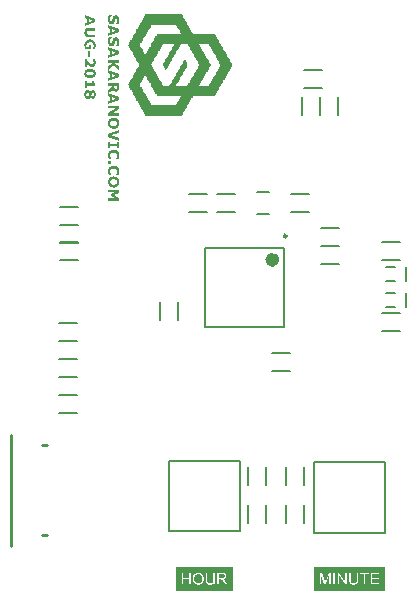
<source format=gto>
G04*
G04 #@! TF.GenerationSoftware,Altium Limited,Altium Designer,18.1.5 (160)*
G04*
G04 Layer_Color=65535*
%FSLAX25Y25*%
%MOIN*%
G70*
G01*
G75*
%ADD10C,0.00984*%
%ADD11C,0.02362*%
%ADD12C,0.00787*%
%ADD13C,0.00800*%
%ADD14C,0.00600*%
%ADD15C,0.01000*%
G36*
X74315Y217521D02*
Y216998D01*
X74054D01*
Y216476D01*
X73793D01*
Y216215D01*
X73532D01*
Y215692D01*
X73270D01*
Y215170D01*
X73009D01*
Y214648D01*
X72748D01*
Y214387D01*
X72487D01*
Y213864D01*
X72226D01*
Y213342D01*
X71965D01*
Y212820D01*
X71703D01*
Y212558D01*
X71442D01*
Y212036D01*
X71181D01*
Y211513D01*
X70920D01*
Y211252D01*
X70659D01*
Y210730D01*
X70397D01*
Y210208D01*
X70136D01*
Y209685D01*
X69875D01*
Y209424D01*
X69614D01*
Y208902D01*
X69353D01*
Y208379D01*
X69091D01*
Y207857D01*
X68830D01*
Y207596D01*
X68569D01*
Y207335D01*
X61256D01*
Y206812D01*
X60995D01*
Y206551D01*
X60734D01*
Y206029D01*
X60472D01*
Y205506D01*
X60211D01*
Y205245D01*
X59950D01*
Y204723D01*
X59689D01*
Y204200D01*
X59428D01*
Y203678D01*
X59167D01*
Y203417D01*
X58905D01*
Y202894D01*
X58644D01*
Y202372D01*
X58383D01*
Y201850D01*
X58122D01*
Y201589D01*
X57860D01*
Y201066D01*
X57599D01*
Y200805D01*
X45324D01*
Y201327D01*
X45063D01*
Y201850D01*
X44801D01*
Y202372D01*
X44540D01*
Y202633D01*
X44279D01*
Y203156D01*
X44018D01*
Y203678D01*
X43757D01*
Y204200D01*
X43495D01*
Y204462D01*
X43234D01*
Y204984D01*
X42973D01*
Y205506D01*
X42712D01*
Y205767D01*
X42451D01*
Y206290D01*
X42189D01*
Y206812D01*
X41928D01*
Y207335D01*
X41667D01*
Y207596D01*
X41406D01*
Y208118D01*
X41145D01*
Y208641D01*
X40884D01*
Y209163D01*
X40622D01*
Y209424D01*
X40361D01*
Y209946D01*
X40100D01*
Y210469D01*
X39839D01*
Y210991D01*
X39578D01*
Y211252D01*
X39839D01*
Y211775D01*
X40100D01*
Y212036D01*
X40361D01*
Y212558D01*
X40622D01*
Y213081D01*
X40884D01*
Y213342D01*
X41145D01*
Y213864D01*
X41406D01*
Y214387D01*
X41667D01*
Y214909D01*
X41928D01*
Y215170D01*
X42189D01*
Y215692D01*
X42451D01*
Y216215D01*
X42712D01*
Y216737D01*
X42973D01*
Y216998D01*
X43234D01*
Y217521D01*
X43495D01*
Y217782D01*
X43234D01*
Y218304D01*
X42973D01*
Y218566D01*
X42712D01*
Y219088D01*
X42451D01*
Y219610D01*
X42189D01*
Y220133D01*
X41928D01*
Y220394D01*
X41667D01*
Y220916D01*
X41406D01*
Y221439D01*
X41145D01*
Y221961D01*
X40884D01*
Y222222D01*
X40622D01*
Y222744D01*
X40361D01*
Y223267D01*
X40100D01*
Y223789D01*
X39839D01*
Y224050D01*
X39578D01*
Y224312D01*
X39839D01*
Y224834D01*
X40100D01*
Y225356D01*
X40361D01*
Y225879D01*
X40622D01*
Y226140D01*
X40884D01*
Y226662D01*
X41145D01*
Y227185D01*
X41406D01*
Y227707D01*
X41667D01*
Y227968D01*
X41928D01*
Y228490D01*
X42189D01*
Y229013D01*
X42451D01*
Y229535D01*
X42712D01*
Y229796D01*
X42973D01*
Y230319D01*
X43234D01*
Y230841D01*
X43495D01*
Y231102D01*
X43757D01*
Y231625D01*
X44018D01*
Y232147D01*
X44279D01*
Y232669D01*
X44540D01*
Y232931D01*
X44801D01*
Y233453D01*
X45063D01*
Y233975D01*
X45324D01*
Y234498D01*
X57599D01*
Y234237D01*
X57860D01*
Y233714D01*
X58122D01*
Y233453D01*
X58383D01*
Y232931D01*
X58644D01*
Y232408D01*
X58905D01*
Y231886D01*
X59167D01*
Y231625D01*
X59428D01*
Y231102D01*
X59689D01*
Y230580D01*
X59950D01*
Y230058D01*
X60211D01*
Y229796D01*
X60472D01*
Y229274D01*
X60734D01*
Y228752D01*
X60995D01*
Y228490D01*
X61256D01*
Y227968D01*
X68569D01*
Y227707D01*
X68830D01*
Y227185D01*
X69091D01*
Y226923D01*
X69353D01*
Y226401D01*
X69614D01*
Y225879D01*
X69875D01*
Y225618D01*
X70136D01*
Y225095D01*
X70397D01*
Y224573D01*
X70659D01*
Y224050D01*
X70920D01*
Y223789D01*
X71181D01*
Y223267D01*
X71442D01*
Y222744D01*
X71703D01*
Y222222D01*
X71965D01*
Y221961D01*
X72226D01*
Y221439D01*
X72487D01*
Y220916D01*
X72748D01*
Y220394D01*
X73009D01*
Y220133D01*
X73270D01*
Y219610D01*
X73532D01*
Y219088D01*
X73793D01*
Y218566D01*
X74054D01*
Y218304D01*
X74315D01*
Y217782D01*
X74576D01*
Y217521D01*
X74315D01*
D02*
G37*
G36*
X74753Y42465D02*
X55532D01*
Y50376D01*
X74753D01*
Y42465D01*
D02*
G37*
G36*
X125354D02*
X101532D01*
Y50309D01*
X125354D01*
Y42465D01*
D02*
G37*
G36*
X34142Y234146D02*
X34131Y234141D01*
X34120Y234124D01*
X34103Y234102D01*
X34064Y234041D01*
X34009Y233963D01*
X33953Y233869D01*
X33892Y233758D01*
X33837Y233636D01*
X33787Y233508D01*
Y233503D01*
X33781Y233492D01*
X33776Y233475D01*
X33770Y233447D01*
X33759Y233414D01*
X33748Y233381D01*
X33726Y233292D01*
X33704Y233186D01*
X33681Y233070D01*
X33670Y232948D01*
X33665Y232826D01*
Y232765D01*
X33670Y232737D01*
Y232654D01*
X33676Y232604D01*
Y232598D01*
X33681Y232581D01*
Y232554D01*
X33687Y232520D01*
X33704Y232448D01*
X33726Y232376D01*
Y232370D01*
X33731Y232359D01*
X33742Y232337D01*
X33759Y232315D01*
X33792Y232259D01*
X33837Y232204D01*
X33842Y232199D01*
X33848Y232193D01*
X33865Y232182D01*
X33887Y232165D01*
X33915Y232154D01*
X33948Y232143D01*
X33987Y232137D01*
X34031Y232132D01*
X34037D01*
X34053D01*
X34070Y232137D01*
X34098Y232143D01*
X34131Y232160D01*
X34164Y232176D01*
X34198Y232204D01*
X34231Y232237D01*
X34236Y232243D01*
X34247Y232254D01*
X34264Y232276D01*
X34281Y232310D01*
X34303Y232354D01*
X34325Y232398D01*
X34347Y232459D01*
X34364Y232526D01*
Y232537D01*
X34375Y232559D01*
X34381Y232604D01*
X34392Y232659D01*
X34408Y232720D01*
X34425Y232792D01*
X34436Y232876D01*
X34453Y232959D01*
Y232970D01*
X34458Y232998D01*
X34470Y233042D01*
X34486Y233092D01*
X34497Y233159D01*
X34519Y233231D01*
X34564Y233381D01*
Y233386D01*
X34569Y233403D01*
X34580Y233425D01*
X34592Y233453D01*
X34603Y233492D01*
X34625Y233536D01*
X34669Y233630D01*
X34725Y233741D01*
X34791Y233847D01*
X34869Y233952D01*
X34914Y233997D01*
X34958Y234035D01*
X34963D01*
X34969Y234041D01*
X34986Y234052D01*
X35002Y234063D01*
X35058Y234097D01*
X35135Y234130D01*
X35224Y234169D01*
X35335Y234196D01*
X35457Y234219D01*
X35591Y234230D01*
X35596D01*
X35613D01*
X35640Y234224D01*
X35674D01*
X35718Y234219D01*
X35768Y234208D01*
X35818Y234191D01*
X35879Y234174D01*
X35946Y234152D01*
X36007Y234119D01*
X36079Y234085D01*
X36146Y234041D01*
X36212Y233991D01*
X36279Y233930D01*
X36345Y233863D01*
X36406Y233786D01*
X36412Y233780D01*
X36423Y233764D01*
X36434Y233741D01*
X36456Y233702D01*
X36479Y233658D01*
X36506Y233608D01*
X36540Y233542D01*
X36567Y233469D01*
X36595Y233392D01*
X36628Y233303D01*
X36656Y233209D01*
X36678Y233109D01*
X36701Y232998D01*
X36717Y232881D01*
X36723Y232753D01*
X36728Y232626D01*
Y232531D01*
X36723Y232498D01*
X36717Y232409D01*
X36712Y232304D01*
X36701Y232187D01*
X36678Y232060D01*
X36656Y231932D01*
Y231926D01*
X36651Y231915D01*
Y231899D01*
X36645Y231871D01*
X36639Y231843D01*
X36628Y231810D01*
X36612Y231727D01*
X36584Y231632D01*
X36556Y231527D01*
X36523Y231427D01*
X36484Y231327D01*
X35663D01*
Y231427D01*
X35668Y231438D01*
X35691Y231466D01*
X35724Y231510D01*
X35763Y231577D01*
X35807Y231655D01*
X35857Y231743D01*
X35907Y231843D01*
X35951Y231960D01*
Y231965D01*
X35957Y231977D01*
X35962Y231993D01*
X35968Y232015D01*
X35979Y232043D01*
X35990Y232076D01*
X36012Y232160D01*
X36029Y232254D01*
X36051Y232365D01*
X36062Y232482D01*
X36068Y232604D01*
Y232676D01*
X36062Y232753D01*
X36051Y232837D01*
Y232842D01*
X36046Y232853D01*
Y232876D01*
X36040Y232903D01*
X36018Y232976D01*
X35990Y233053D01*
Y233059D01*
X35985Y233070D01*
X35974Y233086D01*
X35962Y233109D01*
X35929Y233159D01*
X35879Y233214D01*
X35874D01*
X35868Y233225D01*
X35851Y233236D01*
X35829Y233247D01*
X35779Y233270D01*
X35746Y233275D01*
X35713Y233281D01*
X35707D01*
X35691D01*
X35663Y233275D01*
X35629Y233270D01*
X35596Y233253D01*
X35557Y233236D01*
X35524Y233209D01*
X35491Y233175D01*
X35485Y233170D01*
X35480Y233153D01*
X35463Y233125D01*
X35446Y233081D01*
X35424Y233025D01*
X35402Y232953D01*
X35380Y232870D01*
X35357Y232765D01*
Y232753D01*
X35352Y232731D01*
X35341Y232692D01*
X35330Y232643D01*
X35319Y232587D01*
X35302Y232520D01*
X35274Y232387D01*
Y232376D01*
X35269Y232354D01*
X35258Y232321D01*
X35247Y232271D01*
X35230Y232210D01*
X35213Y232143D01*
X35191Y232071D01*
X35169Y231993D01*
Y231988D01*
X35163Y231977D01*
X35158Y231954D01*
X35147Y231926D01*
X35130Y231893D01*
X35113Y231849D01*
X35074Y231760D01*
X35019Y231660D01*
X34958Y231560D01*
X34886Y231466D01*
X34802Y231383D01*
X34791Y231371D01*
X34758Y231349D01*
X34708Y231322D01*
X34642Y231283D01*
X34553Y231244D01*
X34447Y231216D01*
X34331Y231194D01*
X34198Y231183D01*
X34192D01*
X34175D01*
X34148Y231188D01*
X34109D01*
X34064Y231194D01*
X34009Y231205D01*
X33953Y231222D01*
X33892Y231238D01*
X33820Y231266D01*
X33753Y231294D01*
X33681Y231333D01*
X33609Y231377D01*
X33537Y231427D01*
X33465Y231488D01*
X33398Y231560D01*
X33332Y231638D01*
X33326Y231644D01*
X33315Y231660D01*
X33304Y231682D01*
X33282Y231721D01*
X33254Y231766D01*
X33226Y231821D01*
X33198Y231888D01*
X33171Y231960D01*
X33138Y232043D01*
X33110Y232132D01*
X33082Y232232D01*
X33054Y232343D01*
X33032Y232459D01*
X33021Y232587D01*
X33010Y232720D01*
X33004Y232859D01*
Y232970D01*
X33010Y233014D01*
X33015Y233120D01*
X33021Y233242D01*
X33038Y233375D01*
X33054Y233508D01*
X33082Y233636D01*
Y233642D01*
X33088Y233653D01*
Y233669D01*
X33099Y233691D01*
X33115Y233752D01*
X33138Y233836D01*
X33165Y233930D01*
X33198Y234035D01*
X33276Y234252D01*
X34142D01*
Y234146D01*
D02*
G37*
G36*
X36656Y229629D02*
Y228558D01*
X33071Y227231D01*
Y228197D01*
X33792Y228447D01*
Y229768D01*
X33071Y230017D01*
Y230950D01*
X36656Y229629D01*
D02*
G37*
G36*
X34142Y226809D02*
X34131Y226804D01*
X34120Y226787D01*
X34103Y226765D01*
X34064Y226704D01*
X34009Y226626D01*
X33953Y226532D01*
X33892Y226421D01*
X33837Y226299D01*
X33787Y226171D01*
Y226166D01*
X33781Y226154D01*
X33776Y226138D01*
X33770Y226110D01*
X33759Y226077D01*
X33748Y226044D01*
X33726Y225955D01*
X33704Y225849D01*
X33681Y225733D01*
X33670Y225611D01*
X33665Y225488D01*
Y225428D01*
X33670Y225400D01*
Y225317D01*
X33676Y225267D01*
Y225261D01*
X33681Y225244D01*
Y225217D01*
X33687Y225183D01*
X33704Y225111D01*
X33726Y225039D01*
Y225033D01*
X33731Y225022D01*
X33742Y225000D01*
X33759Y224978D01*
X33792Y224922D01*
X33837Y224867D01*
X33842Y224861D01*
X33848Y224856D01*
X33865Y224845D01*
X33887Y224828D01*
X33915Y224817D01*
X33948Y224806D01*
X33987Y224800D01*
X34031Y224795D01*
X34037D01*
X34053D01*
X34070Y224800D01*
X34098Y224806D01*
X34131Y224822D01*
X34164Y224839D01*
X34198Y224867D01*
X34231Y224900D01*
X34236Y224906D01*
X34247Y224917D01*
X34264Y224939D01*
X34281Y224972D01*
X34303Y225017D01*
X34325Y225061D01*
X34347Y225122D01*
X34364Y225189D01*
Y225200D01*
X34375Y225222D01*
X34381Y225267D01*
X34392Y225322D01*
X34408Y225383D01*
X34425Y225455D01*
X34436Y225538D01*
X34453Y225622D01*
Y225633D01*
X34458Y225661D01*
X34470Y225705D01*
X34486Y225755D01*
X34497Y225821D01*
X34519Y225894D01*
X34564Y226044D01*
Y226049D01*
X34569Y226066D01*
X34580Y226088D01*
X34592Y226116D01*
X34603Y226154D01*
X34625Y226199D01*
X34669Y226293D01*
X34725Y226404D01*
X34791Y226510D01*
X34869Y226615D01*
X34914Y226660D01*
X34958Y226698D01*
X34963D01*
X34969Y226704D01*
X34986Y226715D01*
X35002Y226726D01*
X35058Y226760D01*
X35135Y226793D01*
X35224Y226832D01*
X35335Y226859D01*
X35457Y226882D01*
X35591Y226893D01*
X35596D01*
X35613D01*
X35640Y226887D01*
X35674D01*
X35718Y226882D01*
X35768Y226870D01*
X35818Y226854D01*
X35879Y226837D01*
X35946Y226815D01*
X36007Y226782D01*
X36079Y226748D01*
X36146Y226704D01*
X36212Y226654D01*
X36279Y226593D01*
X36345Y226526D01*
X36406Y226449D01*
X36412Y226443D01*
X36423Y226427D01*
X36434Y226404D01*
X36456Y226365D01*
X36479Y226321D01*
X36506Y226271D01*
X36540Y226204D01*
X36567Y226132D01*
X36595Y226055D01*
X36628Y225966D01*
X36656Y225871D01*
X36678Y225772D01*
X36701Y225661D01*
X36717Y225544D01*
X36723Y225416D01*
X36728Y225289D01*
Y225194D01*
X36723Y225161D01*
X36717Y225072D01*
X36712Y224967D01*
X36701Y224850D01*
X36678Y224723D01*
X36656Y224595D01*
Y224589D01*
X36651Y224578D01*
Y224562D01*
X36645Y224534D01*
X36639Y224506D01*
X36628Y224473D01*
X36612Y224390D01*
X36584Y224295D01*
X36556Y224190D01*
X36523Y224090D01*
X36484Y223990D01*
X35663D01*
Y224090D01*
X35668Y224101D01*
X35691Y224129D01*
X35724Y224173D01*
X35763Y224240D01*
X35807Y224318D01*
X35857Y224406D01*
X35907Y224506D01*
X35951Y224623D01*
Y224628D01*
X35957Y224639D01*
X35962Y224656D01*
X35968Y224678D01*
X35979Y224706D01*
X35990Y224739D01*
X36012Y224822D01*
X36029Y224917D01*
X36051Y225028D01*
X36062Y225144D01*
X36068Y225267D01*
Y225339D01*
X36062Y225416D01*
X36051Y225500D01*
Y225505D01*
X36046Y225516D01*
Y225538D01*
X36040Y225566D01*
X36018Y225638D01*
X35990Y225716D01*
Y225722D01*
X35985Y225733D01*
X35974Y225749D01*
X35962Y225772D01*
X35929Y225821D01*
X35879Y225877D01*
X35874D01*
X35868Y225888D01*
X35851Y225899D01*
X35829Y225910D01*
X35779Y225933D01*
X35746Y225938D01*
X35713Y225944D01*
X35707D01*
X35691D01*
X35663Y225938D01*
X35629Y225933D01*
X35596Y225916D01*
X35557Y225899D01*
X35524Y225871D01*
X35491Y225838D01*
X35485Y225833D01*
X35480Y225816D01*
X35463Y225788D01*
X35446Y225744D01*
X35424Y225688D01*
X35402Y225616D01*
X35380Y225533D01*
X35357Y225428D01*
Y225416D01*
X35352Y225394D01*
X35341Y225355D01*
X35330Y225305D01*
X35319Y225250D01*
X35302Y225183D01*
X35274Y225050D01*
Y225039D01*
X35269Y225017D01*
X35258Y224984D01*
X35247Y224934D01*
X35230Y224872D01*
X35213Y224806D01*
X35191Y224734D01*
X35169Y224656D01*
Y224651D01*
X35163Y224639D01*
X35158Y224617D01*
X35147Y224589D01*
X35130Y224556D01*
X35113Y224512D01*
X35074Y224423D01*
X35019Y224323D01*
X34958Y224223D01*
X34886Y224129D01*
X34802Y224045D01*
X34791Y224034D01*
X34758Y224012D01*
X34708Y223985D01*
X34642Y223946D01*
X34553Y223907D01*
X34447Y223879D01*
X34331Y223857D01*
X34198Y223846D01*
X34192D01*
X34175D01*
X34148Y223851D01*
X34109D01*
X34064Y223857D01*
X34009Y223868D01*
X33953Y223885D01*
X33892Y223901D01*
X33820Y223929D01*
X33753Y223957D01*
X33681Y223996D01*
X33609Y224040D01*
X33537Y224090D01*
X33465Y224151D01*
X33398Y224223D01*
X33332Y224301D01*
X33326Y224306D01*
X33315Y224323D01*
X33304Y224345D01*
X33282Y224384D01*
X33254Y224429D01*
X33226Y224484D01*
X33198Y224551D01*
X33171Y224623D01*
X33138Y224706D01*
X33110Y224795D01*
X33082Y224895D01*
X33054Y225006D01*
X33032Y225122D01*
X33021Y225250D01*
X33010Y225383D01*
X33004Y225522D01*
Y225633D01*
X33010Y225677D01*
X33015Y225783D01*
X33021Y225905D01*
X33038Y226038D01*
X33054Y226171D01*
X33082Y226299D01*
Y226304D01*
X33088Y226315D01*
Y226332D01*
X33099Y226354D01*
X33115Y226415D01*
X33138Y226499D01*
X33165Y226593D01*
X33198Y226698D01*
X33276Y226915D01*
X34142D01*
Y226809D01*
D02*
G37*
G36*
X36656Y222292D02*
Y221221D01*
X33071Y219894D01*
Y220860D01*
X33792Y221110D01*
Y222430D01*
X33071Y222680D01*
Y223613D01*
X36656Y222292D01*
D02*
G37*
G36*
Y218457D02*
X35036D01*
X36656Y217186D01*
Y216109D01*
X34997Y217508D01*
X33071Y216037D01*
Y217180D01*
X34503Y218246D01*
X34236Y218457D01*
X33071D01*
Y219384D01*
X36656D01*
Y218457D01*
D02*
G37*
G36*
Y214661D02*
Y213589D01*
X33071Y212263D01*
Y213229D01*
X33792Y213478D01*
Y214799D01*
X33071Y215049D01*
Y215981D01*
X36656Y214661D01*
D02*
G37*
G36*
Y210093D02*
X36651Y210015D01*
X36645Y209932D01*
X36639Y209843D01*
X36628Y209749D01*
X36617Y209660D01*
Y209649D01*
X36612Y209621D01*
X36601Y209577D01*
X36584Y209516D01*
X36562Y209449D01*
X36534Y209377D01*
X36501Y209305D01*
X36462Y209227D01*
X36456Y209216D01*
X36440Y209194D01*
X36412Y209155D01*
X36379Y209110D01*
X36329Y209061D01*
X36279Y209005D01*
X36218Y208949D01*
X36146Y208905D01*
X36134Y208900D01*
X36112Y208889D01*
X36073Y208866D01*
X36018Y208844D01*
X35946Y208822D01*
X35862Y208800D01*
X35774Y208789D01*
X35668Y208783D01*
X35663D01*
X35652D01*
X35629D01*
X35602D01*
X35568Y208789D01*
X35530Y208794D01*
X35441Y208805D01*
X35335Y208827D01*
X35230Y208861D01*
X35119Y208911D01*
X35019Y208972D01*
X35008Y208983D01*
X34980Y209005D01*
X34930Y209049D01*
X34875Y209105D01*
X34808Y209177D01*
X34736Y209271D01*
X34669Y209371D01*
X34603Y209493D01*
X33071Y208295D01*
X36656Y206974D01*
Y205903D01*
X33071Y204576D01*
Y205542D01*
X33792Y205792D01*
Y207113D01*
X33071Y207362D01*
Y208295D01*
Y209432D01*
X34386Y210409D01*
Y210825D01*
X33071D01*
Y211752D01*
X36656D01*
Y210093D01*
D02*
G37*
G36*
Y202961D02*
X34597Y201646D01*
X36656D01*
Y200797D01*
X33071D01*
Y201690D01*
X35530Y203216D01*
X33071D01*
Y204065D01*
X36656D01*
Y202961D01*
D02*
G37*
G36*
X34941Y200086D02*
X35002D01*
X35074Y200075D01*
X35158Y200064D01*
X35252Y200053D01*
X35352Y200031D01*
X35463Y200003D01*
X35574Y199970D01*
X35685Y199931D01*
X35802Y199886D01*
X35912Y199831D01*
X36024Y199764D01*
X36123Y199687D01*
X36223Y199603D01*
X36229Y199598D01*
X36246Y199581D01*
X36268Y199553D01*
X36301Y199514D01*
X36340Y199465D01*
X36384Y199404D01*
X36429Y199331D01*
X36479Y199248D01*
X36523Y199159D01*
X36567Y199054D01*
X36612Y198943D01*
X36651Y198821D01*
X36684Y198693D01*
X36706Y198554D01*
X36723Y198405D01*
X36728Y198249D01*
Y198210D01*
X36723Y198166D01*
Y198105D01*
X36712Y198033D01*
X36701Y197949D01*
X36684Y197855D01*
X36667Y197755D01*
X36639Y197650D01*
X36606Y197539D01*
X36562Y197422D01*
X36517Y197311D01*
X36456Y197200D01*
X36390Y197089D01*
X36312Y196984D01*
X36223Y196889D01*
X36218Y196884D01*
X36201Y196867D01*
X36173Y196845D01*
X36134Y196812D01*
X36079Y196773D01*
X36018Y196734D01*
X35946Y196690D01*
X35868Y196640D01*
X35774Y196595D01*
X35668Y196551D01*
X35557Y196512D01*
X35435Y196473D01*
X35307Y196440D01*
X35163Y196418D01*
X35019Y196401D01*
X34858Y196395D01*
X34847D01*
X34819D01*
X34775Y196401D01*
X34719D01*
X34647Y196412D01*
X34564Y196423D01*
X34470Y196434D01*
X34370Y196457D01*
X34259Y196484D01*
X34153Y196518D01*
X34037Y196556D01*
X33926Y196606D01*
X33809Y196662D01*
X33704Y196728D01*
X33598Y196801D01*
X33498Y196889D01*
X33493Y196895D01*
X33476Y196912D01*
X33454Y196939D01*
X33421Y196978D01*
X33382Y197028D01*
X33343Y197089D01*
X33293Y197161D01*
X33248Y197245D01*
X33204Y197339D01*
X33160Y197439D01*
X33115Y197550D01*
X33076Y197672D01*
X33043Y197800D01*
X33021Y197944D01*
X33004Y198094D01*
X32999Y198249D01*
Y198288D01*
X33004Y198332D01*
Y198393D01*
X33015Y198466D01*
X33026Y198549D01*
X33043Y198638D01*
X33060Y198743D01*
X33088Y198848D01*
X33121Y198960D01*
X33160Y199071D01*
X33210Y199181D01*
X33265Y199293D01*
X33332Y199404D01*
X33409Y199509D01*
X33498Y199603D01*
X33504Y199609D01*
X33520Y199626D01*
X33548Y199648D01*
X33593Y199681D01*
X33643Y199714D01*
X33704Y199759D01*
X33776Y199803D01*
X33859Y199847D01*
X33948Y199892D01*
X34053Y199936D01*
X34164Y199981D01*
X34286Y200014D01*
X34414Y200047D01*
X34553Y200069D01*
X34703Y200086D01*
X34858Y200092D01*
X34869D01*
X34897D01*
X34941Y200086D01*
D02*
G37*
G36*
X36656Y195124D02*
X34125Y194253D01*
X36656Y193382D01*
Y192433D01*
X33071Y193748D01*
Y194780D01*
X36656Y196090D01*
Y195124D01*
D02*
G37*
G36*
Y189980D02*
X36018D01*
Y190568D01*
X33709D01*
Y189980D01*
X33071D01*
Y192083D01*
X33709D01*
Y191495D01*
X36018D01*
Y192083D01*
X36656D01*
Y189980D01*
D02*
G37*
G36*
X34969Y189430D02*
X35013D01*
X35113Y189419D01*
X35235Y189408D01*
X35363Y189386D01*
X35496Y189353D01*
X35629Y189314D01*
X35635D01*
X35646Y189308D01*
X35663Y189303D01*
X35691Y189291D01*
X35718Y189275D01*
X35752Y189258D01*
X35835Y189219D01*
X35929Y189169D01*
X36029Y189103D01*
X36129Y189025D01*
X36229Y188942D01*
X36234Y188936D01*
X36240Y188931D01*
X36268Y188897D01*
X36312Y188847D01*
X36362Y188781D01*
X36423Y188698D01*
X36484Y188598D01*
X36545Y188487D01*
X36595Y188365D01*
Y188359D01*
X36601Y188348D01*
X36606Y188331D01*
X36617Y188303D01*
X36628Y188270D01*
X36639Y188231D01*
X36651Y188187D01*
X36662Y188137D01*
X36684Y188026D01*
X36706Y187898D01*
X36723Y187760D01*
X36728Y187610D01*
Y187527D01*
X36723Y187471D01*
Y187410D01*
X36717Y187338D01*
X36701Y187199D01*
Y187188D01*
X36695Y187166D01*
X36689Y187133D01*
X36684Y187088D01*
X36673Y187038D01*
X36662Y186983D01*
X36634Y186866D01*
Y186861D01*
X36628Y186838D01*
X36617Y186811D01*
X36606Y186766D01*
X36590Y186722D01*
X36573Y186672D01*
X36529Y186572D01*
Y186566D01*
X36517Y186550D01*
X36506Y186522D01*
X36495Y186494D01*
X36462Y186416D01*
X36429Y186339D01*
X35557D01*
Y186455D01*
X35568Y186461D01*
X35579Y186478D01*
X35596Y186494D01*
X35635Y186550D01*
X35691Y186622D01*
X35696Y186627D01*
X35707Y186638D01*
X35718Y186661D01*
X35740Y186688D01*
X35763Y186722D01*
X35790Y186761D01*
X35846Y186849D01*
X35851Y186855D01*
X35857Y186872D01*
X35874Y186899D01*
X35890Y186933D01*
X35912Y186977D01*
X35935Y187027D01*
X35979Y187138D01*
Y187144D01*
X35990Y187166D01*
X35996Y187194D01*
X36007Y187232D01*
X36018Y187282D01*
X36024Y187338D01*
X36035Y187466D01*
Y187499D01*
X36029Y187538D01*
Y187582D01*
X36018Y187643D01*
X36007Y187704D01*
X35990Y187771D01*
X35968Y187837D01*
Y187843D01*
X35957Y187865D01*
X35940Y187898D01*
X35918Y187943D01*
X35890Y187993D01*
X35857Y188048D01*
X35818Y188104D01*
X35768Y188159D01*
X35763Y188165D01*
X35740Y188181D01*
X35713Y188209D01*
X35668Y188242D01*
X35618Y188281D01*
X35557Y188320D01*
X35485Y188359D01*
X35402Y188392D01*
X35391Y188398D01*
X35363Y188403D01*
X35313Y188420D01*
X35252Y188431D01*
X35169Y188448D01*
X35074Y188464D01*
X34969Y188470D01*
X34852Y188476D01*
X34847D01*
X34836D01*
X34819D01*
X34797D01*
X34736Y188470D01*
X34658Y188464D01*
X34569Y188453D01*
X34475Y188437D01*
X34381Y188415D01*
X34292Y188381D01*
X34281Y188376D01*
X34253Y188365D01*
X34214Y188342D01*
X34164Y188315D01*
X34103Y188281D01*
X34048Y188242D01*
X33987Y188192D01*
X33937Y188143D01*
X33931Y188137D01*
X33915Y188115D01*
X33892Y188087D01*
X33865Y188048D01*
X33831Y187998D01*
X33803Y187948D01*
X33770Y187887D01*
X33748Y187821D01*
Y187810D01*
X33737Y187787D01*
X33731Y187754D01*
X33720Y187704D01*
X33709Y187654D01*
X33704Y187593D01*
X33692Y187460D01*
Y187432D01*
X33698Y187399D01*
Y187355D01*
X33704Y187304D01*
X33715Y187249D01*
X33742Y187127D01*
Y187121D01*
X33753Y187099D01*
X33765Y187066D01*
X33776Y187027D01*
X33798Y186977D01*
X33820Y186927D01*
X33876Y186822D01*
X33881Y186816D01*
X33887Y186800D01*
X33903Y186777D01*
X33920Y186749D01*
X33970Y186683D01*
X34025Y186605D01*
X34031Y186600D01*
X34037Y186589D01*
X34053Y186572D01*
X34070Y186544D01*
X34114Y186494D01*
X34164Y186439D01*
Y186339D01*
X33304D01*
Y186344D01*
X33293Y186361D01*
X33282Y186389D01*
X33265Y186422D01*
X33248Y186461D01*
X33232Y186505D01*
X33187Y186600D01*
Y186605D01*
X33182Y186622D01*
X33171Y186644D01*
X33160Y186677D01*
X33143Y186716D01*
X33126Y186761D01*
X33099Y186855D01*
Y186861D01*
X33093Y186883D01*
X33082Y186922D01*
X33071Y186960D01*
X33060Y187016D01*
X33049Y187071D01*
X33026Y187188D01*
Y187194D01*
X33021Y187216D01*
X33015Y187249D01*
Y187299D01*
X33010Y187355D01*
X33004Y187427D01*
X32999Y187515D01*
Y187676D01*
X33004Y187715D01*
Y187754D01*
X33015Y187854D01*
X33026Y187965D01*
X33049Y188087D01*
X33076Y188220D01*
X33115Y188348D01*
Y188354D01*
X33121Y188365D01*
X33126Y188381D01*
X33138Y188403D01*
X33165Y188470D01*
X33204Y188548D01*
X33254Y188637D01*
X33310Y188736D01*
X33382Y188836D01*
X33465Y188931D01*
X33470D01*
X33476Y188942D01*
X33509Y188970D01*
X33559Y189014D01*
X33626Y189064D01*
X33709Y189125D01*
X33809Y189186D01*
X33920Y189247D01*
X34048Y189303D01*
X34053D01*
X34064Y189308D01*
X34081Y189314D01*
X34109Y189325D01*
X34142Y189336D01*
X34181Y189347D01*
X34231Y189358D01*
X34281Y189369D01*
X34397Y189391D01*
X34536Y189413D01*
X34692Y189430D01*
X34858Y189436D01*
X34863D01*
X34875D01*
X34902D01*
X34930D01*
X34969Y189430D01*
D02*
G37*
G36*
X34020Y184779D02*
X33071D01*
Y185678D01*
X34020D01*
Y184779D01*
D02*
G37*
G36*
X34969Y184080D02*
X35013D01*
X35113Y184069D01*
X35235Y184058D01*
X35363Y184036D01*
X35496Y184002D01*
X35629Y183963D01*
X35635D01*
X35646Y183958D01*
X35663Y183952D01*
X35691Y183941D01*
X35718Y183925D01*
X35752Y183908D01*
X35835Y183869D01*
X35929Y183819D01*
X36029Y183753D01*
X36129Y183675D01*
X36229Y183592D01*
X36234Y183586D01*
X36240Y183581D01*
X36268Y183547D01*
X36312Y183497D01*
X36362Y183431D01*
X36423Y183347D01*
X36484Y183247D01*
X36545Y183136D01*
X36595Y183014D01*
Y183009D01*
X36601Y182998D01*
X36606Y182981D01*
X36617Y182953D01*
X36628Y182920D01*
X36639Y182881D01*
X36651Y182837D01*
X36662Y182787D01*
X36684Y182676D01*
X36706Y182548D01*
X36723Y182409D01*
X36728Y182260D01*
Y182176D01*
X36723Y182121D01*
Y182060D01*
X36717Y181988D01*
X36701Y181849D01*
Y181838D01*
X36695Y181816D01*
X36689Y181782D01*
X36684Y181738D01*
X36673Y181688D01*
X36662Y181632D01*
X36634Y181516D01*
Y181510D01*
X36628Y181488D01*
X36617Y181460D01*
X36606Y181416D01*
X36590Y181372D01*
X36573Y181322D01*
X36529Y181222D01*
Y181216D01*
X36517Y181200D01*
X36506Y181172D01*
X36495Y181144D01*
X36462Y181066D01*
X36429Y180989D01*
X35557D01*
Y181105D01*
X35568Y181111D01*
X35579Y181127D01*
X35596Y181144D01*
X35635Y181200D01*
X35691Y181272D01*
X35696Y181277D01*
X35707Y181288D01*
X35718Y181310D01*
X35740Y181338D01*
X35763Y181372D01*
X35790Y181410D01*
X35846Y181499D01*
X35851Y181505D01*
X35857Y181521D01*
X35874Y181549D01*
X35890Y181582D01*
X35912Y181627D01*
X35935Y181677D01*
X35979Y181788D01*
Y181793D01*
X35990Y181816D01*
X35996Y181843D01*
X36007Y181882D01*
X36018Y181932D01*
X36024Y181988D01*
X36035Y182115D01*
Y182149D01*
X36029Y182187D01*
Y182232D01*
X36018Y182293D01*
X36007Y182354D01*
X35990Y182421D01*
X35968Y182487D01*
Y182493D01*
X35957Y182515D01*
X35940Y182548D01*
X35918Y182593D01*
X35890Y182642D01*
X35857Y182698D01*
X35818Y182754D01*
X35768Y182809D01*
X35763Y182815D01*
X35740Y182831D01*
X35713Y182859D01*
X35668Y182892D01*
X35618Y182931D01*
X35557Y182970D01*
X35485Y183009D01*
X35402Y183042D01*
X35391Y183048D01*
X35363Y183053D01*
X35313Y183070D01*
X35252Y183081D01*
X35169Y183098D01*
X35074Y183114D01*
X34969Y183120D01*
X34852Y183125D01*
X34847D01*
X34836D01*
X34819D01*
X34797D01*
X34736Y183120D01*
X34658Y183114D01*
X34569Y183103D01*
X34475Y183087D01*
X34381Y183064D01*
X34292Y183031D01*
X34281Y183026D01*
X34253Y183014D01*
X34214Y182992D01*
X34164Y182964D01*
X34103Y182931D01*
X34048Y182892D01*
X33987Y182842D01*
X33937Y182792D01*
X33931Y182787D01*
X33915Y182765D01*
X33892Y182737D01*
X33865Y182698D01*
X33831Y182648D01*
X33803Y182598D01*
X33770Y182537D01*
X33748Y182471D01*
Y182459D01*
X33737Y182437D01*
X33731Y182404D01*
X33720Y182354D01*
X33709Y182304D01*
X33704Y182243D01*
X33692Y182110D01*
Y182082D01*
X33698Y182049D01*
Y182004D01*
X33704Y181954D01*
X33715Y181899D01*
X33742Y181777D01*
Y181771D01*
X33753Y181749D01*
X33765Y181716D01*
X33776Y181677D01*
X33798Y181627D01*
X33820Y181577D01*
X33876Y181472D01*
X33881Y181466D01*
X33887Y181449D01*
X33903Y181427D01*
X33920Y181399D01*
X33970Y181333D01*
X34025Y181255D01*
X34031Y181249D01*
X34037Y181238D01*
X34053Y181222D01*
X34070Y181194D01*
X34114Y181144D01*
X34164Y181088D01*
Y180989D01*
X33304D01*
Y180994D01*
X33293Y181011D01*
X33282Y181039D01*
X33265Y181072D01*
X33248Y181111D01*
X33232Y181155D01*
X33187Y181249D01*
Y181255D01*
X33182Y181272D01*
X33171Y181294D01*
X33160Y181327D01*
X33143Y181366D01*
X33126Y181410D01*
X33099Y181505D01*
Y181510D01*
X33093Y181533D01*
X33082Y181571D01*
X33071Y181610D01*
X33060Y181666D01*
X33049Y181721D01*
X33026Y181838D01*
Y181843D01*
X33021Y181866D01*
X33015Y181899D01*
Y181949D01*
X33010Y182004D01*
X33004Y182076D01*
X32999Y182165D01*
Y182326D01*
X33004Y182365D01*
Y182404D01*
X33015Y182504D01*
X33026Y182615D01*
X33049Y182737D01*
X33076Y182870D01*
X33115Y182998D01*
Y183003D01*
X33121Y183014D01*
X33126Y183031D01*
X33138Y183053D01*
X33165Y183120D01*
X33204Y183197D01*
X33254Y183286D01*
X33310Y183386D01*
X33382Y183486D01*
X33465Y183581D01*
X33470D01*
X33476Y183592D01*
X33509Y183619D01*
X33559Y183664D01*
X33626Y183714D01*
X33709Y183775D01*
X33809Y183836D01*
X33920Y183897D01*
X34048Y183952D01*
X34053D01*
X34064Y183958D01*
X34081Y183963D01*
X34109Y183975D01*
X34142Y183986D01*
X34181Y183997D01*
X34231Y184008D01*
X34281Y184019D01*
X34397Y184041D01*
X34536Y184063D01*
X34692Y184080D01*
X34858Y184086D01*
X34863D01*
X34875D01*
X34902D01*
X34930D01*
X34969Y184080D01*
D02*
G37*
G36*
X34941Y180511D02*
X35002D01*
X35074Y180500D01*
X35158Y180489D01*
X35252Y180478D01*
X35352Y180456D01*
X35463Y180428D01*
X35574Y180395D01*
X35685Y180356D01*
X35802Y180312D01*
X35912Y180256D01*
X36024Y180189D01*
X36123Y180112D01*
X36223Y180028D01*
X36229Y180023D01*
X36246Y180006D01*
X36268Y179979D01*
X36301Y179940D01*
X36340Y179890D01*
X36384Y179829D01*
X36429Y179756D01*
X36479Y179673D01*
X36523Y179585D01*
X36567Y179479D01*
X36612Y179368D01*
X36651Y179246D01*
X36684Y179118D01*
X36706Y178980D01*
X36723Y178830D01*
X36728Y178674D01*
Y178635D01*
X36723Y178591D01*
Y178530D01*
X36712Y178458D01*
X36701Y178375D01*
X36684Y178280D01*
X36667Y178180D01*
X36639Y178075D01*
X36606Y177964D01*
X36562Y177847D01*
X36517Y177736D01*
X36456Y177625D01*
X36390Y177514D01*
X36312Y177409D01*
X36223Y177314D01*
X36218Y177309D01*
X36201Y177292D01*
X36173Y177270D01*
X36134Y177237D01*
X36079Y177198D01*
X36018Y177159D01*
X35946Y177115D01*
X35868Y177065D01*
X35774Y177020D01*
X35668Y176976D01*
X35557Y176937D01*
X35435Y176898D01*
X35307Y176865D01*
X35163Y176843D01*
X35019Y176826D01*
X34858Y176821D01*
X34847D01*
X34819D01*
X34775Y176826D01*
X34719D01*
X34647Y176837D01*
X34564Y176848D01*
X34470Y176859D01*
X34370Y176882D01*
X34259Y176909D01*
X34153Y176943D01*
X34037Y176981D01*
X33926Y177032D01*
X33809Y177087D01*
X33704Y177154D01*
X33598Y177226D01*
X33498Y177314D01*
X33493Y177320D01*
X33476Y177337D01*
X33454Y177365D01*
X33421Y177403D01*
X33382Y177453D01*
X33343Y177514D01*
X33293Y177586D01*
X33248Y177670D01*
X33204Y177764D01*
X33160Y177864D01*
X33115Y177975D01*
X33076Y178097D01*
X33043Y178225D01*
X33021Y178369D01*
X33004Y178519D01*
X32999Y178674D01*
Y178713D01*
X33004Y178758D01*
Y178819D01*
X33015Y178891D01*
X33026Y178974D01*
X33043Y179063D01*
X33060Y179168D01*
X33088Y179274D01*
X33121Y179385D01*
X33160Y179496D01*
X33210Y179607D01*
X33265Y179718D01*
X33332Y179829D01*
X33409Y179934D01*
X33498Y180028D01*
X33504Y180034D01*
X33520Y180051D01*
X33548Y180073D01*
X33593Y180106D01*
X33643Y180140D01*
X33704Y180184D01*
X33776Y180228D01*
X33859Y180273D01*
X33948Y180317D01*
X34053Y180361D01*
X34164Y180406D01*
X34286Y180439D01*
X34414Y180473D01*
X34553Y180495D01*
X34703Y180511D01*
X34858Y180517D01*
X34869D01*
X34897D01*
X34941Y180511D01*
D02*
G37*
G36*
X36656Y175045D02*
X34858Y174234D01*
X36656Y173430D01*
Y172347D01*
X33071D01*
Y173274D01*
X35469D01*
X33915Y173940D01*
Y174584D01*
X35469Y175244D01*
X33071D01*
Y176116D01*
X36656D01*
Y175045D01*
D02*
G37*
G36*
X28782Y232931D02*
Y231860D01*
X25197Y230534D01*
Y231499D01*
X25918Y231749D01*
Y233070D01*
X25197Y233320D01*
Y234252D01*
X28782Y232931D01*
D02*
G37*
G36*
Y229146D02*
X26546D01*
X26540D01*
X26529D01*
X26512D01*
X26485D01*
X26418Y229135D01*
X26335Y229124D01*
X26240Y229107D01*
X26151Y229079D01*
X26063Y229041D01*
X25985Y228991D01*
X25979Y228985D01*
X25957Y228963D01*
X25929Y228924D01*
X25896Y228869D01*
X25863Y228796D01*
X25835Y228708D01*
X25813Y228602D01*
X25807Y228480D01*
Y228447D01*
X25813Y228425D01*
X25818Y228363D01*
X25830Y228286D01*
X25852Y228203D01*
X25879Y228119D01*
X25924Y228036D01*
X25979Y227969D01*
X25991Y227964D01*
X26013Y227942D01*
X26057Y227914D01*
X26118Y227886D01*
X26196Y227853D01*
X26296Y227831D01*
X26412Y227808D01*
X26546Y227803D01*
X28782D01*
Y226876D01*
X26496D01*
X26490D01*
X26468D01*
X26434D01*
X26385Y226882D01*
X26329Y226887D01*
X26268Y226898D01*
X26196Y226909D01*
X26118Y226926D01*
X26035Y226948D01*
X25952Y226976D01*
X25868Y227009D01*
X25785Y227048D01*
X25702Y227098D01*
X25619Y227153D01*
X25547Y227215D01*
X25474Y227287D01*
X25469Y227292D01*
X25458Y227303D01*
X25441Y227331D01*
X25419Y227364D01*
X25391Y227403D01*
X25363Y227459D01*
X25330Y227520D01*
X25302Y227586D01*
X25269Y227670D01*
X25236Y227759D01*
X25208Y227853D01*
X25180Y227958D01*
X25158Y228075D01*
X25141Y228203D01*
X25130Y228336D01*
X25125Y228480D01*
Y228558D01*
X25130Y228608D01*
X25136Y228674D01*
X25141Y228752D01*
X25153Y228835D01*
X25169Y228924D01*
X25208Y229118D01*
X25241Y229218D01*
X25275Y229318D01*
X25313Y229412D01*
X25358Y229507D01*
X25413Y229595D01*
X25474Y229673D01*
X25480Y229679D01*
X25491Y229690D01*
X25513Y229712D01*
X25541Y229734D01*
X25580Y229768D01*
X25624Y229801D01*
X25674Y229834D01*
X25735Y229873D01*
X25802Y229912D01*
X25879Y229945D01*
X25963Y229978D01*
X26052Y230012D01*
X26151Y230034D01*
X26257Y230056D01*
X26368Y230067D01*
X26490Y230073D01*
X28782D01*
Y229146D01*
D02*
G37*
G36*
X27073Y226216D02*
X27134Y226210D01*
X27206Y226204D01*
X27284Y226193D01*
X27378Y226177D01*
X27478Y226154D01*
X27578Y226127D01*
X27689Y226094D01*
X27800Y226049D01*
X27911Y225999D01*
X28027Y225944D01*
X28133Y225871D01*
X28238Y225794D01*
X28338Y225699D01*
X28344Y225694D01*
X28360Y225677D01*
X28388Y225644D01*
X28421Y225605D01*
X28460Y225550D01*
X28499Y225483D01*
X28549Y225411D01*
X28599Y225322D01*
X28643Y225222D01*
X28693Y225117D01*
X28732Y224995D01*
X28777Y224867D01*
X28804Y224728D01*
X28832Y224573D01*
X28849Y224417D01*
X28854Y224245D01*
Y224151D01*
X28849Y224118D01*
Y224029D01*
X28838Y223923D01*
X28827Y223812D01*
X28810Y223696D01*
X28788Y223574D01*
Y223568D01*
X28782Y223557D01*
Y223540D01*
X28777Y223518D01*
X28765Y223485D01*
X28754Y223452D01*
X28732Y223363D01*
X28699Y223257D01*
X28655Y223135D01*
X28599Y223002D01*
X28532Y222858D01*
X27694D01*
Y222969D01*
X27705Y222974D01*
X27717Y222991D01*
X27733Y223013D01*
X27750Y223041D01*
X27772Y223074D01*
X27800Y223119D01*
X27833Y223163D01*
X27839Y223169D01*
X27850Y223185D01*
X27866Y223207D01*
X27889Y223241D01*
X27916Y223280D01*
X27939Y223324D01*
X27994Y223413D01*
X28000Y223418D01*
X28005Y223435D01*
X28022Y223468D01*
X28038Y223507D01*
X28061Y223552D01*
X28083Y223607D01*
X28105Y223674D01*
X28127Y223740D01*
Y223746D01*
X28138Y223774D01*
X28144Y223807D01*
X28155Y223857D01*
X28166Y223918D01*
X28172Y223985D01*
X28183Y224057D01*
Y224173D01*
X28177Y224223D01*
X28172Y224279D01*
X28166Y224351D01*
X28155Y224423D01*
X28133Y224501D01*
X28111Y224578D01*
X28105Y224589D01*
X28100Y224612D01*
X28077Y224651D01*
X28055Y224700D01*
X28027Y224756D01*
X27988Y224817D01*
X27944Y224878D01*
X27889Y224939D01*
X27883Y224945D01*
X27861Y224961D01*
X27833Y224989D01*
X27789Y225022D01*
X27733Y225061D01*
X27672Y225100D01*
X27600Y225144D01*
X27517Y225178D01*
X27506Y225183D01*
X27478Y225189D01*
X27433Y225205D01*
X27373Y225217D01*
X27295Y225233D01*
X27206Y225250D01*
X27112Y225255D01*
X27006Y225261D01*
X27001D01*
X26978D01*
X26951D01*
X26906Y225255D01*
X26856Y225250D01*
X26801Y225244D01*
X26740Y225233D01*
X26668Y225222D01*
X26523Y225183D01*
X26373Y225128D01*
X26296Y225095D01*
X26224Y225050D01*
X26157Y225006D01*
X26096Y224950D01*
X26090Y224945D01*
X26085Y224934D01*
X26068Y224917D01*
X26046Y224889D01*
X26024Y224856D01*
X25996Y224817D01*
X25968Y224767D01*
X25941Y224717D01*
X25913Y224651D01*
X25885Y224584D01*
X25857Y224506D01*
X25835Y224423D01*
X25813Y224334D01*
X25796Y224234D01*
X25791Y224129D01*
X25785Y224018D01*
Y223823D01*
X25791Y223779D01*
X26496D01*
Y224495D01*
X27173D01*
Y222841D01*
X25402D01*
X25397Y222852D01*
X25386Y222886D01*
X25369Y222941D01*
X25341Y223013D01*
X25313Y223108D01*
X25286Y223213D01*
X25247Y223341D01*
X25214Y223485D01*
Y223491D01*
X25208Y223502D01*
Y223524D01*
X25202Y223552D01*
X25191Y223590D01*
X25186Y223629D01*
X25180Y223679D01*
X25169Y223729D01*
X25153Y223851D01*
X25141Y223985D01*
X25130Y224123D01*
X25125Y224273D01*
Y224312D01*
X25130Y224362D01*
Y224423D01*
X25141Y224501D01*
X25153Y224589D01*
X25164Y224689D01*
X25186Y224795D01*
X25214Y224906D01*
X25247Y225022D01*
X25286Y225144D01*
X25336Y225261D01*
X25391Y225383D01*
X25458Y225494D01*
X25530Y225605D01*
X25619Y225705D01*
X25624Y225711D01*
X25641Y225727D01*
X25669Y225755D01*
X25713Y225783D01*
X25763Y225827D01*
X25824Y225866D01*
X25896Y225916D01*
X25979Y225960D01*
X26074Y226010D01*
X26174Y226060D01*
X26285Y226099D01*
X26412Y226138D01*
X26540Y226171D01*
X26684Y226199D01*
X26834Y226216D01*
X26995Y226221D01*
X27006D01*
X27034D01*
X27073Y226216D01*
D02*
G37*
G36*
X27139Y220366D02*
X26446D01*
Y222203D01*
X27139D01*
Y220366D01*
D02*
G37*
G36*
X25796Y219650D02*
X25802Y219639D01*
X25813Y219622D01*
X25830Y219600D01*
X25852Y219572D01*
X25879Y219539D01*
X25941Y219456D01*
X26013Y219356D01*
X26096Y219250D01*
X26190Y219134D01*
X26285Y219012D01*
X26290Y219006D01*
X26296Y218995D01*
X26312Y218978D01*
X26329Y218956D01*
X26379Y218895D01*
X26440Y218823D01*
X26512Y218740D01*
X26584Y218651D01*
X26662Y218568D01*
X26740Y218490D01*
X26745Y218484D01*
X26751Y218479D01*
X26768Y218462D01*
X26790Y218440D01*
X26840Y218390D01*
X26906Y218329D01*
X26984Y218262D01*
X27067Y218196D01*
X27150Y218129D01*
X27228Y218079D01*
X27239Y218074D01*
X27267Y218057D01*
X27306Y218040D01*
X27361Y218013D01*
X27422Y217990D01*
X27495Y217974D01*
X27567Y217957D01*
X27644Y217952D01*
X27650D01*
X27656D01*
X27683D01*
X27728Y217957D01*
X27783Y217974D01*
X27844Y217990D01*
X27905Y218018D01*
X27966Y218057D01*
X28022Y218113D01*
X28027Y218118D01*
X28044Y218140D01*
X28066Y218179D01*
X28094Y218229D01*
X28116Y218290D01*
X28138Y218368D01*
X28155Y218462D01*
X28161Y218568D01*
Y218606D01*
X28155Y218651D01*
X28150Y218706D01*
X28138Y218779D01*
X28122Y218856D01*
X28100Y218945D01*
X28066Y219034D01*
X28061Y219045D01*
X28050Y219073D01*
X28027Y219123D01*
X28000Y219184D01*
X27966Y219250D01*
X27928Y219328D01*
X27833Y219489D01*
Y219561D01*
X28627D01*
X28632Y219556D01*
X28638Y219528D01*
X28655Y219489D01*
X28677Y219433D01*
X28699Y219367D01*
X28721Y219278D01*
X28749Y219178D01*
X28777Y219062D01*
Y219056D01*
X28782Y219045D01*
Y219028D01*
X28788Y219001D01*
X28793Y218973D01*
X28799Y218939D01*
X28815Y218851D01*
X28832Y218751D01*
X28843Y218634D01*
X28849Y218512D01*
X28854Y218390D01*
Y218323D01*
X28849Y218279D01*
X28843Y218224D01*
X28838Y218157D01*
X28832Y218085D01*
X28821Y218007D01*
X28788Y217841D01*
X28738Y217669D01*
X28705Y217585D01*
X28666Y217502D01*
X28621Y217430D01*
X28571Y217358D01*
X28566Y217352D01*
X28560Y217341D01*
X28543Y217324D01*
X28521Y217302D01*
X28488Y217274D01*
X28455Y217247D01*
X28410Y217214D01*
X28366Y217180D01*
X28310Y217147D01*
X28249Y217114D01*
X28183Y217086D01*
X28111Y217058D01*
X28033Y217036D01*
X27950Y217019D01*
X27861Y217008D01*
X27766Y217003D01*
X27761D01*
X27750D01*
X27733D01*
X27711D01*
X27678Y217008D01*
X27644Y217014D01*
X27561Y217025D01*
X27461Y217047D01*
X27350Y217075D01*
X27239Y217119D01*
X27123Y217175D01*
X27117D01*
X27112Y217180D01*
X27095Y217191D01*
X27073Y217208D01*
X27012Y217247D01*
X26928Y217302D01*
X26834Y217380D01*
X26729Y217469D01*
X26612Y217574D01*
X26490Y217696D01*
X26479Y217707D01*
X26457Y217735D01*
X26418Y217774D01*
X26368Y217829D01*
X26312Y217896D01*
X26251Y217974D01*
X26118Y218135D01*
X26113Y218146D01*
X26090Y218168D01*
X26063Y218213D01*
X26029Y218257D01*
X25952Y218362D01*
X25913Y218412D01*
X25885Y218451D01*
Y216836D01*
X25197D01*
Y219655D01*
X25791D01*
X25796Y219650D01*
D02*
G37*
G36*
X27156Y216314D02*
X27206D01*
X27267Y216309D01*
X27395Y216303D01*
X27528Y216287D01*
X27667Y216270D01*
X27800Y216242D01*
X27805D01*
X27817Y216237D01*
X27833Y216231D01*
X27855Y216226D01*
X27922Y216209D01*
X28000Y216176D01*
X28094Y216142D01*
X28188Y216098D01*
X28288Y216042D01*
X28383Y215981D01*
X28394Y215970D01*
X28421Y215948D01*
X28460Y215909D01*
X28516Y215859D01*
X28571Y215793D01*
X28627Y215709D01*
X28682Y215621D01*
X28732Y215521D01*
Y215515D01*
X28738Y215510D01*
X28743Y215493D01*
X28749Y215471D01*
X28760Y215443D01*
X28771Y215410D01*
X28793Y215326D01*
X28815Y215232D01*
X28838Y215116D01*
X28849Y214982D01*
X28854Y214838D01*
Y214772D01*
X28849Y214733D01*
Y214694D01*
X28838Y214599D01*
X28827Y214488D01*
X28804Y214372D01*
X28771Y214261D01*
X28732Y214150D01*
Y214144D01*
X28727Y214139D01*
X28710Y214106D01*
X28682Y214050D01*
X28643Y213989D01*
X28588Y213917D01*
X28527Y213839D01*
X28455Y213767D01*
X28366Y213695D01*
X28355Y213689D01*
X28321Y213667D01*
X28272Y213634D01*
X28205Y213595D01*
X28122Y213556D01*
X28022Y213512D01*
X27911Y213473D01*
X27783Y213439D01*
X27778D01*
X27766Y213434D01*
X27750D01*
X27722Y213428D01*
X27689Y213417D01*
X27650Y213412D01*
X27606Y213406D01*
X27556Y213395D01*
X27439Y213384D01*
X27306Y213367D01*
X27150Y213362D01*
X26989Y213356D01*
X26984D01*
X26967D01*
X26945D01*
X26912D01*
X26873D01*
X26829Y213362D01*
X26773D01*
X26718Y213367D01*
X26590Y213378D01*
X26457Y213389D01*
X26318Y213412D01*
X26179Y213439D01*
X26174D01*
X26163Y213445D01*
X26146Y213451D01*
X26118Y213456D01*
X26057Y213473D01*
X25974Y213500D01*
X25879Y213539D01*
X25780Y213584D01*
X25685Y213634D01*
X25591Y213695D01*
X25580Y213700D01*
X25552Y213728D01*
X25513Y213767D01*
X25458Y213817D01*
X25402Y213883D01*
X25347Y213961D01*
X25291Y214055D01*
X25241Y214155D01*
Y214161D01*
X25236Y214166D01*
X25230Y214183D01*
X25225Y214205D01*
X25214Y214233D01*
X25202Y214266D01*
X25186Y214344D01*
X25164Y214444D01*
X25141Y214561D01*
X25130Y214694D01*
X25125Y214838D01*
Y214905D01*
X25130Y214938D01*
Y214982D01*
X25141Y215077D01*
X25153Y215182D01*
X25175Y215299D01*
X25202Y215415D01*
X25241Y215526D01*
Y215532D01*
X25247Y215537D01*
X25264Y215571D01*
X25291Y215626D01*
X25330Y215687D01*
X25380Y215765D01*
X25441Y215837D01*
X25513Y215915D01*
X25596Y215987D01*
X25602D01*
X25608Y215992D01*
X25641Y216015D01*
X25691Y216048D01*
X25757Y216087D01*
X25846Y216126D01*
X25946Y216170D01*
X26057Y216209D01*
X26185Y216242D01*
X26190D01*
X26201Y216248D01*
X26218D01*
X26246Y216253D01*
X26279Y216259D01*
X26318Y216264D01*
X26368Y216276D01*
X26418Y216281D01*
X26534Y216298D01*
X26673Y216309D01*
X26823Y216314D01*
X26989Y216320D01*
X26995D01*
X27012D01*
X27034D01*
X27067D01*
X27106D01*
X27156Y216314D01*
D02*
G37*
G36*
X28305Y212335D02*
X28310Y212285D01*
Y212230D01*
X28321Y212113D01*
Y212107D01*
X28327Y212085D01*
X28333Y212057D01*
X28338Y212019D01*
X28360Y211930D01*
X28394Y211847D01*
X28399Y211841D01*
X28405Y211824D01*
X28416Y211802D01*
X28438Y211780D01*
X28482Y211719D01*
X28516Y211691D01*
X28549Y211664D01*
X28555Y211658D01*
X28566Y211652D01*
X28588Y211641D01*
X28616Y211630D01*
X28649Y211613D01*
X28693Y211602D01*
X28738Y211591D01*
X28793Y211586D01*
Y210787D01*
X25824D01*
Y210048D01*
X25197D01*
Y212440D01*
X25824D01*
Y211686D01*
X27722D01*
Y212440D01*
X28305D01*
Y212335D01*
D02*
G37*
G36*
X26257Y209327D02*
X26324Y209316D01*
X26396Y209299D01*
X26479Y209271D01*
X26557Y209233D01*
X26640Y209183D01*
X26651Y209177D01*
X26673Y209149D01*
X26718Y209110D01*
X26768Y209055D01*
X26823Y208983D01*
X26884Y208889D01*
X26945Y208772D01*
X27006Y208639D01*
X27017D01*
Y208644D01*
X27023Y208650D01*
X27034Y208666D01*
X27045Y208689D01*
X27073Y208744D01*
X27117Y208816D01*
X27167Y208889D01*
X27228Y208966D01*
X27300Y209038D01*
X27378Y209099D01*
X27389Y209105D01*
X27417Y209122D01*
X27461Y209144D01*
X27528Y209172D01*
X27600Y209199D01*
X27689Y209222D01*
X27789Y209238D01*
X27894Y209244D01*
X27900D01*
X27911D01*
X27933D01*
X27966Y209238D01*
X28000Y209233D01*
X28044Y209222D01*
X28138Y209194D01*
X28194Y209172D01*
X28249Y209149D01*
X28305Y209116D01*
X28366Y209077D01*
X28421Y209033D01*
X28482Y208977D01*
X28538Y208916D01*
X28588Y208850D01*
X28594Y208844D01*
X28599Y208833D01*
X28616Y208811D01*
X28632Y208777D01*
X28655Y208739D01*
X28677Y208689D01*
X28699Y208639D01*
X28727Y208572D01*
X28754Y208506D01*
X28777Y208428D01*
X28799Y208339D01*
X28821Y208250D01*
X28838Y208150D01*
X28854Y208050D01*
X28860Y207939D01*
X28865Y207823D01*
Y207756D01*
X28860Y207712D01*
Y207656D01*
X28854Y207590D01*
X28843Y207518D01*
X28832Y207440D01*
X28804Y207273D01*
X28760Y207101D01*
X28699Y206935D01*
X28660Y206852D01*
X28616Y206780D01*
Y206774D01*
X28605Y206763D01*
X28588Y206746D01*
X28571Y206718D01*
X28516Y206657D01*
X28444Y206585D01*
X28349Y206519D01*
X28233Y206458D01*
X28172Y206430D01*
X28105Y206413D01*
X28033Y206402D01*
X27955Y206397D01*
X27944D01*
X27911D01*
X27866Y206402D01*
X27805Y206419D01*
X27733Y206435D01*
X27656Y206463D01*
X27578Y206502D01*
X27500Y206557D01*
X27489Y206563D01*
X27467Y206585D01*
X27428Y206624D01*
X27384Y206680D01*
X27328Y206746D01*
X27273Y206829D01*
X27217Y206929D01*
X27162Y207046D01*
X27145D01*
Y207040D01*
X27139Y207029D01*
X27128Y207013D01*
X27117Y206985D01*
X27089Y206918D01*
X27045Y206835D01*
X26989Y206746D01*
X26923Y206657D01*
X26851Y206569D01*
X26762Y206491D01*
X26751Y206485D01*
X26718Y206463D01*
X26668Y206435D01*
X26601Y206397D01*
X26518Y206363D01*
X26423Y206335D01*
X26312Y206313D01*
X26196Y206308D01*
X26190D01*
X26174D01*
X26151D01*
X26118Y206313D01*
X26074Y206319D01*
X26029Y206330D01*
X25918Y206358D01*
X25857Y206380D01*
X25796Y206408D01*
X25730Y206441D01*
X25663Y206480D01*
X25596Y206530D01*
X25535Y206585D01*
X25474Y206646D01*
X25413Y206718D01*
X25408Y206724D01*
X25402Y206735D01*
X25386Y206763D01*
X25369Y206791D01*
X25347Y206835D01*
X25319Y206885D01*
X25291Y206940D01*
X25264Y207007D01*
X25236Y207085D01*
X25208Y207168D01*
X25186Y207257D01*
X25158Y207357D01*
X25141Y207462D01*
X25125Y207579D01*
X25119Y207701D01*
X25114Y207828D01*
Y207928D01*
X25119Y207967D01*
X25125Y208062D01*
X25136Y208172D01*
X25147Y208283D01*
X25169Y208400D01*
X25197Y208511D01*
Y208517D01*
X25202Y208522D01*
X25214Y208556D01*
X25230Y208611D01*
X25252Y208678D01*
X25286Y208750D01*
X25324Y208827D01*
X25369Y208911D01*
X25419Y208983D01*
X25424Y208988D01*
X25447Y209011D01*
X25474Y209044D01*
X25513Y209083D01*
X25563Y209127D01*
X25619Y209177D01*
X25685Y209216D01*
X25752Y209255D01*
X25763Y209260D01*
X25785Y209266D01*
X25824Y209282D01*
X25874Y209294D01*
X25935Y209310D01*
X26007Y209327D01*
X26079Y209332D01*
X26163Y209338D01*
X26168D01*
X26174D01*
X26207D01*
X26257Y209327D01*
D02*
G37*
%LPC*%
G36*
X70397Y216998D02*
Y218043D01*
X70136D01*
Y218566D01*
X69875D01*
Y219088D01*
X69614D01*
Y219349D01*
X69353D01*
Y219871D01*
X69091D01*
Y220394D01*
X68830D01*
Y220916D01*
X68569D01*
Y221177D01*
X68308D01*
Y221700D01*
X68047D01*
Y222222D01*
X67786D01*
Y222744D01*
X67524D01*
Y223006D01*
X67263D01*
Y223528D01*
X67002D01*
Y224050D01*
X66741D01*
Y224312D01*
X66480D01*
Y224573D01*
X66218D01*
X65957D01*
X65696D01*
X65435D01*
X65174D01*
X64912D01*
X64651D01*
X64390D01*
X64129D01*
X63868D01*
X63607D01*
X63345D01*
Y224312D01*
X63607D01*
Y223789D01*
X63868D01*
Y223267D01*
X64129D01*
Y223006D01*
X64390D01*
Y222483D01*
X64651D01*
Y221961D01*
X64912D01*
Y221439D01*
X65174D01*
Y221177D01*
X65435D01*
Y220655D01*
X65696D01*
Y220133D01*
X65957D01*
Y219610D01*
X66218D01*
Y219349D01*
X66480D01*
Y218827D01*
X66741D01*
Y218304D01*
X67002D01*
Y218043D01*
X67263D01*
Y217260D01*
X67002D01*
Y216998D01*
X66741D01*
Y216476D01*
X66480D01*
Y215954D01*
X66218D01*
Y215431D01*
X65957D01*
Y215170D01*
X65696D01*
Y214648D01*
X65435D01*
Y214125D01*
X65174D01*
Y213864D01*
X64912D01*
Y213342D01*
X64651D01*
Y212820D01*
X64390D01*
Y212297D01*
X64129D01*
Y212036D01*
X63868D01*
Y211513D01*
X63607D01*
Y210991D01*
X63345D01*
Y210730D01*
X63607D01*
X63868D01*
X64129D01*
X64390D01*
X64651D01*
X64912D01*
X65174D01*
X65435D01*
X65696D01*
X65957D01*
X66218D01*
X66480D01*
X66741D01*
Y211252D01*
X67002D01*
Y211775D01*
X67263D01*
Y212297D01*
X67524D01*
Y212558D01*
X67786D01*
Y213081D01*
X68047D01*
Y213603D01*
X68308D01*
Y213864D01*
X68569D01*
Y214387D01*
X68830D01*
Y214909D01*
X69091D01*
Y215431D01*
X69353D01*
Y215692D01*
X69614D01*
Y216215D01*
X69875D01*
Y216737D01*
X70136D01*
Y216998D01*
X70397D01*
D02*
G37*
G36*
X63345Y217260D02*
Y218043D01*
X63084D01*
Y218566D01*
X62823D01*
Y219088D01*
X62562D01*
Y219349D01*
X62301D01*
Y219871D01*
X62040D01*
Y220394D01*
X61778D01*
Y220916D01*
X61517D01*
Y221177D01*
X61256D01*
Y221700D01*
X60995D01*
Y222222D01*
X60734D01*
Y222744D01*
X60472D01*
Y223006D01*
X60211D01*
Y223528D01*
X59950D01*
Y224050D01*
X59689D01*
Y224573D01*
X59428D01*
X59167D01*
X58905D01*
X58644D01*
X58383D01*
X58122D01*
X57860D01*
X57599D01*
X57338D01*
Y224312D01*
X57077D01*
Y224050D01*
X56816D01*
Y223528D01*
X56555D01*
Y223006D01*
X56293D01*
Y222744D01*
X56032D01*
Y222222D01*
X55771D01*
Y221700D01*
X55510D01*
Y221177D01*
X55249D01*
Y220916D01*
X54988D01*
Y220394D01*
X54726D01*
Y219871D01*
X54465D01*
Y219349D01*
X54204D01*
Y219088D01*
X53943D01*
Y218566D01*
X53682D01*
Y218043D01*
X53420D01*
Y217782D01*
X53159D01*
Y217260D01*
X52898D01*
Y216737D01*
X52637D01*
Y216215D01*
X52376D01*
Y215954D01*
X52114D01*
Y216215D01*
X51853D01*
Y216737D01*
X51592D01*
Y217260D01*
X51331D01*
Y218304D01*
X51592D01*
Y218827D01*
X51853D01*
Y219088D01*
X52114D01*
Y219610D01*
X52376D01*
Y220133D01*
X52637D01*
Y220394D01*
X52898D01*
Y220916D01*
X53159D01*
Y221439D01*
X53420D01*
Y221961D01*
X53682D01*
Y222222D01*
X53943D01*
Y222744D01*
X54204D01*
Y223267D01*
X54465D01*
Y223528D01*
X54726D01*
Y224050D01*
X54988D01*
Y224573D01*
X54726D01*
X54465D01*
X54204D01*
X53943D01*
X53682D01*
X53420D01*
X53159D01*
X52898D01*
X52637D01*
X52376D01*
X52114D01*
X51853D01*
X51592D01*
X51331D01*
Y224312D01*
X51070D01*
Y223789D01*
X50809D01*
Y223528D01*
X50547D01*
Y223006D01*
X50286D01*
Y222483D01*
X50025D01*
Y222222D01*
X49764D01*
Y221700D01*
X49503D01*
Y221177D01*
X49241D01*
Y220655D01*
X48980D01*
Y220394D01*
X48719D01*
Y219871D01*
X48458D01*
Y219349D01*
X48197D01*
Y219088D01*
X47936D01*
Y218566D01*
X47674D01*
Y218043D01*
X47413D01*
Y217521D01*
X47674D01*
Y216998D01*
X47936D01*
Y216476D01*
X48197D01*
Y215954D01*
X48458D01*
Y215692D01*
X48719D01*
Y215170D01*
X48980D01*
Y214648D01*
X49241D01*
Y214125D01*
X49503D01*
Y213864D01*
X49764D01*
Y213342D01*
X50025D01*
Y212820D01*
X50286D01*
Y212297D01*
X50547D01*
Y212036D01*
X50809D01*
Y211513D01*
X51070D01*
Y210991D01*
X51331D01*
Y210730D01*
X51592D01*
X51853D01*
X52114D01*
X52376D01*
X52637D01*
X52898D01*
X53159D01*
X53420D01*
Y210991D01*
X53682D01*
Y211252D01*
X53943D01*
Y211775D01*
X54204D01*
Y212297D01*
X54465D01*
Y212820D01*
X54726D01*
Y213081D01*
X54988D01*
Y213603D01*
X55249D01*
Y214125D01*
X55510D01*
Y214387D01*
X55771D01*
Y214909D01*
X56032D01*
Y215431D01*
X56293D01*
Y215954D01*
X56555D01*
Y216215D01*
X56816D01*
Y216737D01*
X57077D01*
Y217260D01*
X57338D01*
Y217782D01*
X57599D01*
Y218043D01*
X57860D01*
Y218566D01*
X58122D01*
Y219088D01*
X58383D01*
Y219349D01*
X58644D01*
X58905D01*
Y218827D01*
X59167D01*
Y218304D01*
X59428D01*
Y217782D01*
X59689D01*
Y217521D01*
X59428D01*
Y216998D01*
X59167D01*
Y216737D01*
X58905D01*
Y216215D01*
X58644D01*
Y215692D01*
X58383D01*
Y215170D01*
X58122D01*
Y214909D01*
X57860D01*
Y214387D01*
X57599D01*
Y213864D01*
X57338D01*
Y213603D01*
X57077D01*
Y213081D01*
X56816D01*
Y212558D01*
X56555D01*
Y212036D01*
X56293D01*
Y211775D01*
X56032D01*
Y211252D01*
X55771D01*
Y210730D01*
X56032D01*
X56293D01*
X56555D01*
X56816D01*
X57077D01*
X57338D01*
X57599D01*
X57860D01*
X58122D01*
X58383D01*
X58644D01*
X58905D01*
X59167D01*
X59428D01*
Y210991D01*
X59689D01*
Y211513D01*
X59950D01*
Y211775D01*
X60211D01*
Y212297D01*
X60472D01*
Y212820D01*
X60734D01*
Y213342D01*
X60995D01*
Y213603D01*
X61256D01*
Y214125D01*
X61517D01*
Y214648D01*
X61778D01*
Y214909D01*
X62040D01*
Y215431D01*
X62301D01*
Y215954D01*
X62562D01*
Y216476D01*
X62823D01*
Y216737D01*
X63084D01*
Y217260D01*
X63345D01*
D02*
G37*
G36*
X57338Y207073D02*
Y207335D01*
X57077D01*
X56816D01*
X56555D01*
X56293D01*
X56032D01*
X55771D01*
X55510D01*
X55249D01*
X54988D01*
X54726D01*
X54465D01*
X54204D01*
X53943D01*
X53682D01*
X53420D01*
X53159D01*
X52898D01*
X52637D01*
X52376D01*
X52114D01*
X51853D01*
X51592D01*
X51331D01*
X51070D01*
X50809D01*
X50547D01*
X50286D01*
X50025D01*
X49764D01*
X49503D01*
X49241D01*
Y207857D01*
X48980D01*
Y208118D01*
X48719D01*
Y208641D01*
X48458D01*
Y209163D01*
X48197D01*
Y209424D01*
X47936D01*
Y209946D01*
X47674D01*
Y210469D01*
X47413D01*
Y210991D01*
X47152D01*
Y211513D01*
X46891D01*
Y211775D01*
X46630D01*
Y212297D01*
X46368D01*
Y212820D01*
X46107D01*
Y213342D01*
X45846D01*
Y213603D01*
X45585D01*
Y214125D01*
X45324D01*
Y213864D01*
X45063D01*
Y213342D01*
X44801D01*
Y212820D01*
X44540D01*
Y212558D01*
X44279D01*
Y212036D01*
X44018D01*
Y211513D01*
X43757D01*
Y210469D01*
X44018D01*
Y210208D01*
X44279D01*
Y209685D01*
X44540D01*
Y209163D01*
X44801D01*
Y208641D01*
X45063D01*
Y208379D01*
X45324D01*
Y207857D01*
X45585D01*
Y207335D01*
X45846D01*
Y206812D01*
X46107D01*
Y206551D01*
X46368D01*
Y206029D01*
X46630D01*
Y205506D01*
X46891D01*
Y204984D01*
X47152D01*
Y204723D01*
X47413D01*
Y204200D01*
X47674D01*
X47936D01*
X48197D01*
X48458D01*
X48719D01*
X48980D01*
X49241D01*
X49503D01*
X49764D01*
X50025D01*
X50286D01*
X50547D01*
X50809D01*
X51070D01*
X51331D01*
X51592D01*
X51853D01*
X52114D01*
X52376D01*
X52637D01*
X52898D01*
X53159D01*
X53420D01*
X53682D01*
X53943D01*
X54204D01*
X54465D01*
X54726D01*
X54988D01*
X55249D01*
X55510D01*
Y204462D01*
X55771D01*
Y204723D01*
X56032D01*
Y205245D01*
X56293D01*
Y205767D01*
X56555D01*
Y206290D01*
X56816D01*
Y206551D01*
X57077D01*
Y207073D01*
X57338D01*
D02*
G37*
G36*
Y227968D02*
Y228229D01*
X57077D01*
Y228752D01*
X56816D01*
Y229274D01*
X56555D01*
Y229535D01*
X56293D01*
Y230058D01*
X56032D01*
Y230580D01*
X55771D01*
Y231102D01*
X55510D01*
X55249D01*
X54988D01*
X54726D01*
X54465D01*
X54204D01*
X53943D01*
X53682D01*
X53420D01*
X53159D01*
X52898D01*
X52637D01*
X52376D01*
X52114D01*
X51853D01*
X51592D01*
X51331D01*
X51070D01*
X50809D01*
X50547D01*
X50286D01*
X50025D01*
X49764D01*
X49503D01*
X49241D01*
X48980D01*
X48719D01*
X48458D01*
X48197D01*
X47936D01*
X47674D01*
X47413D01*
Y230580D01*
X47152D01*
Y230058D01*
X46891D01*
Y229796D01*
X46630D01*
Y229274D01*
X46368D01*
Y228752D01*
X46107D01*
Y228490D01*
X45846D01*
Y227968D01*
X45585D01*
Y227446D01*
X45324D01*
Y226923D01*
X45063D01*
Y226662D01*
X44801D01*
Y226140D01*
X44540D01*
Y225618D01*
X44279D01*
Y225095D01*
X44018D01*
Y224834D01*
X43757D01*
Y223789D01*
X44018D01*
Y223267D01*
X44279D01*
Y223006D01*
X44540D01*
Y222483D01*
X44801D01*
Y221961D01*
X45063D01*
Y221439D01*
X45324D01*
Y221177D01*
X45585D01*
Y221700D01*
X45846D01*
Y221961D01*
X46107D01*
Y222483D01*
X46368D01*
Y223006D01*
X46630D01*
Y223528D01*
X46891D01*
Y223789D01*
X47152D01*
Y224312D01*
X47413D01*
Y224834D01*
X47674D01*
Y225356D01*
X47936D01*
Y225618D01*
X48197D01*
Y226140D01*
X48458D01*
Y226662D01*
X48719D01*
Y227185D01*
X48980D01*
Y227446D01*
X49241D01*
Y227968D01*
X49503D01*
X49764D01*
X50025D01*
X50286D01*
X50547D01*
X50809D01*
X51070D01*
X51331D01*
X51592D01*
X51853D01*
X52114D01*
X52376D01*
X52637D01*
X52898D01*
X53159D01*
X53420D01*
X53682D01*
X53943D01*
X54204D01*
X54465D01*
X54726D01*
X54988D01*
X55249D01*
X55510D01*
X55771D01*
X56032D01*
X56293D01*
X56555D01*
X56816D01*
X57077D01*
X57338D01*
D02*
G37*
G36*
X60508Y48341D02*
X59997D01*
Y46764D01*
X58011D01*
Y48341D01*
X57500D01*
Y44500D01*
X58011D01*
Y46309D01*
X59997D01*
Y44500D01*
X59004D01*
X60508D01*
Y48341D01*
D02*
G37*
G36*
X68556D02*
X65536D01*
Y46010D01*
X65542Y45904D01*
X65548Y45804D01*
X65559Y45710D01*
X65570Y45627D01*
X65581Y45549D01*
X65597Y45477D01*
X65609Y45410D01*
X65620Y45349D01*
X65636Y45299D01*
X65647Y45255D01*
X65658Y45221D01*
X65670Y45194D01*
X65675Y45172D01*
X65681Y45160D01*
Y45155D01*
X65742Y45033D01*
X65819Y44922D01*
X65897Y44833D01*
X65980Y44755D01*
X66053Y44694D01*
X66114Y44650D01*
X66136Y44639D01*
X66152Y44628D01*
X66163Y44617D01*
X66169D01*
X66308Y44556D01*
X66452Y44511D01*
X66602Y44478D01*
X66741Y44456D01*
X66802Y44450D01*
X66863Y44445D01*
X66918Y44439D01*
X66963D01*
X67002Y44433D01*
X67052D01*
X67251Y44445D01*
X67340Y44456D01*
X67423Y44467D01*
X67507Y44483D01*
X67579Y44500D01*
X67645Y44517D01*
X67706Y44539D01*
X67762Y44561D01*
X67806Y44578D01*
X67851Y44594D01*
X67884Y44611D01*
X67912Y44628D01*
X67928Y44633D01*
X67940Y44644D01*
X67945D01*
X68067Y44728D01*
X68167Y44822D01*
X68245Y44911D01*
X68311Y45000D01*
X68361Y45077D01*
X68395Y45138D01*
X68406Y45160D01*
X68417Y45177D01*
X68422Y45188D01*
Y45194D01*
X68445Y45260D01*
X68467Y45333D01*
X68500Y45482D01*
X68522Y45638D01*
X68539Y45788D01*
X68545Y45854D01*
X68550Y45921D01*
Y45976D01*
X68556Y46026D01*
Y44628D01*
Y48341D01*
D02*
G37*
G36*
X72785D02*
X69410D01*
Y44500D01*
X69921D01*
Y46204D01*
X70576D01*
X70637Y46198D01*
X70681D01*
X70720Y46193D01*
X70748Y46187D01*
X70770D01*
X70781Y46182D01*
X70787D01*
X70876Y46154D01*
X70914Y46137D01*
X70948Y46121D01*
X70981Y46104D01*
X71003Y46093D01*
X71014Y46087D01*
X71020Y46082D01*
X71064Y46049D01*
X71109Y46010D01*
X71192Y45926D01*
X71231Y45888D01*
X71258Y45854D01*
X71275Y45832D01*
X71281Y45826D01*
X71336Y45749D01*
X71397Y45665D01*
X71458Y45577D01*
X71519Y45494D01*
X71569Y45416D01*
X71608Y45355D01*
X71625Y45333D01*
X71636Y45316D01*
X71647Y45305D01*
Y45299D01*
X72152Y44500D01*
X72785D01*
X72124Y45543D01*
X72047Y45654D01*
X71974Y45754D01*
X71902Y45838D01*
X71841Y45915D01*
X71786Y45971D01*
X71741Y46015D01*
X71714Y46043D01*
X71702Y46054D01*
X71658Y46087D01*
X71608Y46126D01*
X71508Y46187D01*
X71464Y46209D01*
X71430Y46232D01*
X71408Y46243D01*
X71397Y46248D01*
X71497Y46265D01*
X71591Y46281D01*
X71675Y46309D01*
X71758Y46332D01*
X71830Y46359D01*
X71897Y46393D01*
X71958Y46420D01*
X72013Y46448D01*
X72058Y46481D01*
X72102Y46509D01*
X72135Y46531D01*
X72163Y46554D01*
X72185Y46570D01*
X72202Y46587D01*
X72207Y46592D01*
X72213Y46598D01*
X72257Y46653D01*
X72302Y46709D01*
X72368Y46826D01*
X72413Y46942D01*
X72446Y47053D01*
X72468Y47147D01*
X72474Y47186D01*
Y47225D01*
X72479Y47253D01*
Y47275D01*
Y47286D01*
Y47292D01*
X72474Y47408D01*
X72457Y47514D01*
X72430Y47613D01*
X72402Y47697D01*
X72368Y47769D01*
X72346Y47824D01*
X72324Y47858D01*
X72319Y47863D01*
Y47869D01*
X72252Y47958D01*
X72185Y48035D01*
X72113Y48102D01*
X72047Y48152D01*
X71986Y48191D01*
X71936Y48213D01*
X71902Y48230D01*
X71897Y48235D01*
X71891D01*
X71841Y48252D01*
X71780Y48268D01*
X71658Y48296D01*
X71525Y48313D01*
X71403Y48329D01*
X71286Y48335D01*
X71236D01*
X71192Y48341D01*
X72785D01*
D01*
D02*
G37*
G36*
X64876Y48407D02*
X61202D01*
X63039D01*
X62889Y48402D01*
X62750Y48385D01*
X62617Y48357D01*
X62489Y48324D01*
X62373Y48280D01*
X62262Y48235D01*
X62162Y48185D01*
X62073Y48135D01*
X61990Y48085D01*
X61918Y48035D01*
X61857Y47991D01*
X61807Y47947D01*
X61768Y47913D01*
X61735Y47886D01*
X61718Y47869D01*
X61712Y47863D01*
X61624Y47758D01*
X61546Y47647D01*
X61474Y47525D01*
X61418Y47403D01*
X61368Y47275D01*
X61324Y47153D01*
X61291Y47031D01*
X61268Y46914D01*
X61246Y46803D01*
X61230Y46698D01*
X61219Y46603D01*
X61207Y46526D01*
Y46459D01*
X61202Y46409D01*
Y46365D01*
X61213Y46176D01*
X61235Y46004D01*
X61268Y45838D01*
X61291Y45765D01*
X61313Y45693D01*
X61330Y45632D01*
X61352Y45577D01*
X61368Y45527D01*
X61385Y45482D01*
X61396Y45449D01*
X61407Y45427D01*
X61418Y45410D01*
Y45405D01*
X61513Y45244D01*
X61612Y45105D01*
X61724Y44983D01*
X61829Y44883D01*
X61923Y44800D01*
X61962Y44766D01*
X61996Y44744D01*
X62029Y44722D01*
X62051Y44705D01*
X62062Y44700D01*
X62068Y44694D01*
X62151Y44650D01*
X62234Y44611D01*
X62401Y44544D01*
X62562Y44500D01*
X62712Y44467D01*
X62784Y44456D01*
X62845Y44450D01*
X62900Y44439D01*
X62950D01*
X62983Y44433D01*
X63039D01*
X63222Y44445D01*
X63394Y44472D01*
X63555Y44506D01*
X63627Y44528D01*
X63694Y44550D01*
X63755Y44572D01*
X63810Y44594D01*
X63855Y44611D01*
X63894Y44628D01*
X63927Y44644D01*
X63955Y44655D01*
X63966Y44666D01*
X63971D01*
X64127Y44766D01*
X64260Y44877D01*
X64371Y44994D01*
X64465Y45105D01*
X64543Y45210D01*
X64571Y45249D01*
X64593Y45288D01*
X64615Y45321D01*
X64626Y45344D01*
X64637Y45360D01*
Y45366D01*
X64682Y45455D01*
X64715Y45543D01*
X64776Y45721D01*
X64820Y45899D01*
X64848Y46060D01*
X64854Y46132D01*
X64865Y46198D01*
X64870Y46259D01*
Y46309D01*
X64876Y46354D01*
Y46409D01*
X64865Y46620D01*
X64843Y46814D01*
X64826Y46903D01*
X64804Y46992D01*
X64782Y47070D01*
X64765Y47142D01*
X64743Y47208D01*
X64721Y47269D01*
X64704Y47319D01*
X64682Y47364D01*
X64671Y47397D01*
X64660Y47419D01*
X64648Y47436D01*
Y47442D01*
X64560Y47602D01*
X64454Y47747D01*
X64343Y47869D01*
X64243Y47969D01*
X64149Y48046D01*
X64104Y48080D01*
X64071Y48107D01*
X64038Y48124D01*
X64016Y48141D01*
X64005Y48146D01*
X63999Y48152D01*
X63916Y48196D01*
X63833Y48235D01*
X63672Y48302D01*
X63505Y48346D01*
X63361Y48374D01*
X63294Y48385D01*
X63228Y48396D01*
X63178Y48402D01*
X63128D01*
X63089Y48407D01*
X64876D01*
D02*
G37*
%LPD*%
G36*
X68045Y46121D02*
Y45993D01*
X68034Y45871D01*
X68023Y45765D01*
X68006Y45665D01*
X67989Y45577D01*
X67967Y45494D01*
X67951Y45421D01*
X67928Y45360D01*
X67906Y45310D01*
X67884Y45260D01*
X67862Y45227D01*
X67845Y45194D01*
X67829Y45172D01*
X67817Y45155D01*
X67812Y45149D01*
X67806Y45144D01*
X67756Y45099D01*
X67701Y45061D01*
X67579Y45000D01*
X67451Y44955D01*
X67318Y44927D01*
X67196Y44905D01*
X67146Y44900D01*
X67096D01*
X67063Y44894D01*
X67007D01*
X66891Y44900D01*
X66785Y44916D01*
X66685Y44933D01*
X66608Y44961D01*
X66541Y44983D01*
X66491Y45000D01*
X66463Y45016D01*
X66452Y45022D01*
X66374Y45072D01*
X66308Y45133D01*
X66252Y45194D01*
X66214Y45249D01*
X66180Y45305D01*
X66152Y45344D01*
X66141Y45371D01*
X66136Y45382D01*
X66119Y45432D01*
X66108Y45482D01*
X66086Y45599D01*
X66069Y45721D01*
X66058Y45843D01*
X66053Y45949D01*
Y45998D01*
X66047Y46037D01*
Y46071D01*
Y46098D01*
Y46115D01*
Y46121D01*
Y48341D01*
X68045D01*
Y46121D01*
D02*
G37*
G36*
X71281Y47908D02*
X71408Y47886D01*
X71519Y47858D01*
X71602Y47824D01*
X71675Y47791D01*
X71719Y47763D01*
X71747Y47741D01*
X71758Y47736D01*
X71825Y47664D01*
X71874Y47591D01*
X71908Y47514D01*
X71936Y47447D01*
X71947Y47381D01*
X71952Y47330D01*
X71958Y47297D01*
Y47292D01*
Y47286D01*
X71952Y47219D01*
X71941Y47153D01*
X71925Y47097D01*
X71908Y47047D01*
X71886Y47003D01*
X71869Y46970D01*
X71858Y46948D01*
X71852Y46942D01*
X71813Y46887D01*
X71763Y46837D01*
X71714Y46798D01*
X71664Y46764D01*
X71619Y46742D01*
X71586Y46725D01*
X71564Y46714D01*
X71553Y46709D01*
X71475Y46687D01*
X71386Y46670D01*
X71297Y46659D01*
X71209Y46653D01*
X71131Y46648D01*
X71064Y46642D01*
X69921D01*
Y47913D01*
X71131D01*
X71281Y47908D01*
D02*
G37*
G36*
X63178Y47963D02*
X63311Y47941D01*
X63427Y47908D01*
X63527Y47874D01*
X63611Y47836D01*
X63644Y47819D01*
X63672Y47808D01*
X63699Y47791D01*
X63716Y47786D01*
X63722Y47774D01*
X63727D01*
X63833Y47697D01*
X63927Y47608D01*
X64010Y47519D01*
X64077Y47430D01*
X64127Y47353D01*
X64166Y47286D01*
X64177Y47264D01*
X64188Y47247D01*
X64193Y47236D01*
Y47231D01*
X64249Y47097D01*
X64288Y46953D01*
X64315Y46820D01*
X64332Y46692D01*
X64343Y46631D01*
X64349Y46581D01*
Y46531D01*
X64354Y46492D01*
Y46459D01*
Y46437D01*
Y46420D01*
Y46415D01*
X64349Y46281D01*
X64338Y46154D01*
X64321Y46032D01*
X64299Y45921D01*
X64265Y45821D01*
X64238Y45726D01*
X64204Y45638D01*
X64171Y45560D01*
X64132Y45494D01*
X64099Y45432D01*
X64071Y45382D01*
X64043Y45344D01*
X64016Y45310D01*
X63999Y45283D01*
X63988Y45271D01*
X63982Y45266D01*
X63910Y45194D01*
X63833Y45133D01*
X63755Y45083D01*
X63677Y45033D01*
X63599Y44994D01*
X63516Y44966D01*
X63444Y44938D01*
X63366Y44916D01*
X63300Y44900D01*
X63233Y44888D01*
X63178Y44877D01*
X63128Y44872D01*
X63089D01*
X63061Y44866D01*
X63033D01*
X62928Y44872D01*
X62828Y44883D01*
X62739Y44905D01*
X62650Y44927D01*
X62567Y44961D01*
X62489Y44994D01*
X62417Y45027D01*
X62351Y45066D01*
X62295Y45105D01*
X62245Y45138D01*
X62201Y45172D01*
X62162Y45205D01*
X62134Y45227D01*
X62112Y45249D01*
X62101Y45260D01*
X62095Y45266D01*
X62029Y45344D01*
X61973Y45427D01*
X61923Y45516D01*
X61879Y45605D01*
X61846Y45699D01*
X61812Y45788D01*
X61768Y45965D01*
X61757Y46043D01*
X61746Y46121D01*
X61735Y46187D01*
X61729Y46243D01*
X61724Y46293D01*
Y46332D01*
Y46354D01*
Y46359D01*
X61729Y46515D01*
X61740Y46659D01*
X61757Y46798D01*
X61785Y46920D01*
X61812Y47031D01*
X61846Y47131D01*
X61884Y47225D01*
X61918Y47303D01*
X61957Y47375D01*
X61990Y47436D01*
X62023Y47486D01*
X62051Y47525D01*
X62079Y47558D01*
X62095Y47580D01*
X62107Y47591D01*
X62112Y47597D01*
X62184Y47664D01*
X62262Y47719D01*
X62340Y47769D01*
X62423Y47813D01*
X62501Y47847D01*
X62578Y47880D01*
X62723Y47924D01*
X62789Y47935D01*
X62850Y47947D01*
X62900Y47958D01*
X62950Y47963D01*
X62989Y47969D01*
X63039D01*
X63178Y47963D01*
D02*
G37*
%LPC*%
G36*
X112502Y48341D02*
X112014D01*
Y45321D01*
X109999Y48341D01*
X109477D01*
Y44500D01*
X112502D01*
Y48341D01*
D02*
G37*
G36*
X107163D02*
X106480D01*
X105559Y45665D01*
X105509Y45521D01*
X105470Y45399D01*
X105431Y45294D01*
X105404Y45205D01*
X105381Y45138D01*
X105365Y45088D01*
X105359Y45061D01*
X105354Y45050D01*
X105332Y45127D01*
X105304Y45216D01*
X105271Y45310D01*
X105243Y45405D01*
X105215Y45488D01*
X105193Y45555D01*
X105182Y45582D01*
X105176Y45599D01*
X105171Y45610D01*
Y45616D01*
X104260Y48341D01*
X103500D01*
Y44500D01*
X107163D01*
Y48341D01*
D02*
G37*
G36*
X116382D02*
X115871D01*
Y46121D01*
Y45993D01*
X115860Y45871D01*
X115849Y45765D01*
X115832Y45665D01*
X115815Y45577D01*
X115793Y45494D01*
X115777Y45421D01*
X115754Y45360D01*
X115732Y45310D01*
X115710Y45260D01*
X115688Y45227D01*
X115671Y45194D01*
X115655Y45172D01*
X115643Y45155D01*
X115638Y45149D01*
X115632Y45144D01*
X115582Y45099D01*
X115527Y45061D01*
X115405Y45000D01*
X115277Y44955D01*
X115144Y44927D01*
X115022Y44905D01*
X114972Y44900D01*
X114922D01*
X114889Y44894D01*
X114833D01*
X114717Y44900D01*
X114611Y44916D01*
X114511Y44933D01*
X114434Y44961D01*
X114367Y44983D01*
X114317Y45000D01*
X114289Y45016D01*
X114278Y45022D01*
X114200Y45072D01*
X114134Y45133D01*
X114078Y45194D01*
X114040Y45249D01*
X114006Y45305D01*
X113978Y45344D01*
X113967Y45371D01*
X113962Y45382D01*
X113945Y45432D01*
X113934Y45482D01*
X113912Y45599D01*
X113895Y45721D01*
X113884Y45843D01*
X113879Y45949D01*
Y45998D01*
X113873Y46037D01*
Y46071D01*
Y46098D01*
Y46115D01*
Y46121D01*
Y48341D01*
X113362D01*
Y46010D01*
X113368Y45904D01*
X113373Y45804D01*
X113384Y45710D01*
X113396Y45627D01*
X113407Y45549D01*
X113423Y45477D01*
X113435Y45410D01*
X113446Y45349D01*
X113462Y45299D01*
X113473Y45255D01*
X113484Y45221D01*
X113496Y45194D01*
X113501Y45172D01*
X113507Y45160D01*
Y45155D01*
X113568Y45033D01*
X113645Y44922D01*
X113723Y44833D01*
X113806Y44755D01*
X113879Y44694D01*
X113940Y44650D01*
X113962Y44639D01*
X113978Y44628D01*
X113989Y44617D01*
X113995D01*
X114134Y44556D01*
X114278Y44511D01*
X114428Y44478D01*
X114567Y44456D01*
X114628Y44450D01*
X114689Y44445D01*
X114744Y44439D01*
X114789D01*
X114828Y44433D01*
X113362D01*
D01*
X116382D01*
Y48341D01*
D02*
G37*
G36*
X123386D02*
X120516D01*
Y44500D01*
X123386D01*
Y44983D01*
Y44955D01*
X121027D01*
Y46259D01*
X123152D01*
Y46714D01*
X121027D01*
Y47886D01*
X123297D01*
Y48341D01*
X123386D01*
D02*
G37*
G36*
X119983D02*
X116942D01*
Y47886D01*
X118208D01*
Y44500D01*
X116942D01*
X119983D01*
Y48341D01*
D02*
G37*
G36*
X108584D02*
X108073D01*
Y44500D01*
X108584D01*
Y48341D01*
D02*
G37*
%LPD*%
G36*
X111975Y44500D02*
X109966D01*
Y47514D01*
X111975Y44500D01*
D02*
G37*
G36*
X106675D02*
X105553D01*
X106675Y47714D01*
Y44500D01*
D02*
G37*
G36*
X105098D02*
X103988D01*
Y47769D01*
X105098Y44500D01*
D02*
G37*
G36*
X116382Y44433D02*
X114877D01*
X115077Y44445D01*
X115166Y44456D01*
X115249Y44467D01*
X115333Y44483D01*
X115405Y44500D01*
X115471Y44517D01*
X115532Y44539D01*
X115588Y44561D01*
X115632Y44578D01*
X115677Y44594D01*
X115710Y44611D01*
X115738Y44628D01*
X115754Y44633D01*
X115766Y44644D01*
X115771D01*
X115893Y44728D01*
X115993Y44822D01*
X116071Y44911D01*
X116137Y45000D01*
X116187Y45077D01*
X116221Y45138D01*
X116232Y45160D01*
X116243Y45177D01*
X116248Y45188D01*
Y45194D01*
X116271Y45260D01*
X116293Y45333D01*
X116326Y45482D01*
X116348Y45638D01*
X116365Y45788D01*
X116370Y45854D01*
X116376Y45921D01*
Y45976D01*
X116382Y46026D01*
Y44433D01*
D02*
G37*
G36*
X119983Y44500D02*
X118718D01*
Y47886D01*
X119983D01*
Y44500D01*
D02*
G37*
%LPC*%
G36*
X34453Y229546D02*
Y228669D01*
X35718Y229107D01*
X34453Y229546D01*
D02*
G37*
G36*
Y222208D02*
Y221332D01*
X35718Y221770D01*
X34453Y222208D01*
D02*
G37*
G36*
Y214577D02*
Y213700D01*
X35718Y214139D01*
X34453Y214577D01*
D02*
G37*
G36*
X35996Y210825D02*
X35036D01*
Y210420D01*
X35041Y210359D01*
Y210298D01*
X35047Y210237D01*
X35052Y210182D01*
Y210176D01*
X35058Y210154D01*
X35063Y210126D01*
X35074Y210093D01*
X35102Y210015D01*
X35152Y209932D01*
X35158Y209926D01*
X35163Y209915D01*
X35180Y209899D01*
X35202Y209876D01*
X35252Y209826D01*
X35313Y209788D01*
X35319D01*
X35330Y209782D01*
X35352Y209771D01*
X35380Y209765D01*
X35413Y209754D01*
X35457Y209749D01*
X35502Y209743D01*
X35557D01*
X35563D01*
X35579D01*
X35607D01*
X35635Y209749D01*
X35707Y209765D01*
X35785Y209799D01*
X35790D01*
X35802Y209810D01*
X35818Y209821D01*
X35840Y209843D01*
X35868Y209871D01*
X35890Y209904D01*
X35918Y209943D01*
X35940Y209987D01*
Y209993D01*
X35946Y210004D01*
X35951Y210026D01*
X35957Y210048D01*
X35968Y210082D01*
X35974Y210121D01*
X35985Y210209D01*
Y210232D01*
X35990Y210259D01*
Y210332D01*
X35996Y210381D01*
Y210825D01*
D02*
G37*
G36*
X34453Y206891D02*
Y206014D01*
X35718Y206452D01*
X34453Y206891D01*
D02*
G37*
G36*
X34858Y199132D02*
X34852D01*
X34847D01*
X34830D01*
X34802D01*
X34747Y199126D01*
X34669Y199120D01*
X34586Y199115D01*
X34497Y199098D01*
X34403Y199082D01*
X34314Y199059D01*
X34303Y199054D01*
X34275Y199048D01*
X34236Y199032D01*
X34186Y199010D01*
X34125Y198982D01*
X34064Y198948D01*
X34003Y198910D01*
X33948Y198865D01*
X33942Y198860D01*
X33926Y198843D01*
X33898Y198821D01*
X33870Y198787D01*
X33837Y198749D01*
X33803Y198699D01*
X33770Y198643D01*
X33742Y198588D01*
Y198582D01*
X33731Y198560D01*
X33720Y198527D01*
X33709Y198482D01*
X33698Y198432D01*
X33687Y198371D01*
X33681Y198310D01*
X33676Y198244D01*
Y198216D01*
X33681Y198177D01*
X33687Y198133D01*
X33692Y198083D01*
X33704Y198027D01*
X33720Y197966D01*
X33742Y197905D01*
X33748Y197899D01*
X33753Y197877D01*
X33770Y197850D01*
X33792Y197811D01*
X33826Y197766D01*
X33859Y197716D01*
X33903Y197666D01*
X33953Y197622D01*
X33959Y197616D01*
X33981Y197600D01*
X34020Y197578D01*
X34064Y197544D01*
X34120Y197517D01*
X34186Y197483D01*
X34264Y197450D01*
X34342Y197422D01*
X34353Y197417D01*
X34381Y197411D01*
X34431Y197400D01*
X34492Y197389D01*
X34569Y197378D01*
X34658Y197367D01*
X34753Y197356D01*
X34863D01*
X34869D01*
X34880D01*
X34897D01*
X34919D01*
X34975Y197361D01*
X35052Y197367D01*
X35135Y197372D01*
X35230Y197389D01*
X35319Y197406D01*
X35407Y197433D01*
X35418Y197439D01*
X35446Y197444D01*
X35485Y197461D01*
X35541Y197483D01*
X35596Y197511D01*
X35657Y197544D01*
X35718Y197583D01*
X35774Y197627D01*
X35779Y197633D01*
X35796Y197650D01*
X35824Y197672D01*
X35857Y197711D01*
X35890Y197750D01*
X35924Y197800D01*
X35957Y197850D01*
X35985Y197911D01*
X35990Y197916D01*
X35996Y197938D01*
X36007Y197972D01*
X36018Y198011D01*
X36029Y198060D01*
X36040Y198122D01*
X36051Y198177D01*
Y198271D01*
X36046Y198310D01*
Y198349D01*
X36035Y198405D01*
X36024Y198460D01*
X36007Y198515D01*
X35985Y198577D01*
Y198582D01*
X35974Y198604D01*
X35957Y198632D01*
X35935Y198671D01*
X35907Y198715D01*
X35874Y198760D01*
X35829Y198810D01*
X35779Y198860D01*
X35774Y198865D01*
X35757Y198882D01*
X35724Y198904D01*
X35685Y198932D01*
X35629Y198960D01*
X35568Y198993D01*
X35491Y199026D01*
X35407Y199059D01*
X35396Y199065D01*
X35369Y199071D01*
X35319Y199082D01*
X35252Y199093D01*
X35169Y199109D01*
X35080Y199120D01*
X34975Y199126D01*
X34858Y199132D01*
D02*
G37*
G36*
Y179557D02*
X34852D01*
X34847D01*
X34830D01*
X34802D01*
X34747Y179551D01*
X34669Y179546D01*
X34586Y179540D01*
X34497Y179523D01*
X34403Y179507D01*
X34314Y179485D01*
X34303Y179479D01*
X34275Y179473D01*
X34236Y179457D01*
X34186Y179435D01*
X34125Y179407D01*
X34064Y179374D01*
X34003Y179335D01*
X33948Y179290D01*
X33942Y179285D01*
X33926Y179268D01*
X33898Y179246D01*
X33870Y179213D01*
X33837Y179174D01*
X33803Y179124D01*
X33770Y179068D01*
X33742Y179013D01*
Y179007D01*
X33731Y178985D01*
X33720Y178952D01*
X33709Y178907D01*
X33698Y178857D01*
X33687Y178796D01*
X33681Y178735D01*
X33676Y178669D01*
Y178641D01*
X33681Y178602D01*
X33687Y178558D01*
X33692Y178508D01*
X33704Y178452D01*
X33720Y178391D01*
X33742Y178330D01*
X33748Y178325D01*
X33753Y178302D01*
X33770Y178275D01*
X33792Y178236D01*
X33826Y178191D01*
X33859Y178141D01*
X33903Y178092D01*
X33953Y178047D01*
X33959Y178042D01*
X33981Y178025D01*
X34020Y178003D01*
X34064Y177969D01*
X34120Y177942D01*
X34186Y177908D01*
X34264Y177875D01*
X34342Y177847D01*
X34353Y177842D01*
X34381Y177836D01*
X34431Y177825D01*
X34492Y177814D01*
X34569Y177803D01*
X34658Y177792D01*
X34753Y177781D01*
X34863D01*
X34869D01*
X34880D01*
X34897D01*
X34919D01*
X34975Y177786D01*
X35052Y177792D01*
X35135Y177797D01*
X35230Y177814D01*
X35319Y177831D01*
X35407Y177858D01*
X35418Y177864D01*
X35446Y177869D01*
X35485Y177886D01*
X35541Y177908D01*
X35596Y177936D01*
X35657Y177969D01*
X35718Y178008D01*
X35774Y178053D01*
X35779Y178058D01*
X35796Y178075D01*
X35824Y178097D01*
X35857Y178136D01*
X35890Y178175D01*
X35924Y178225D01*
X35957Y178275D01*
X35985Y178336D01*
X35990Y178341D01*
X35996Y178364D01*
X36007Y178397D01*
X36018Y178436D01*
X36029Y178486D01*
X36040Y178547D01*
X36051Y178602D01*
Y178697D01*
X36046Y178735D01*
Y178774D01*
X36035Y178830D01*
X36024Y178885D01*
X36007Y178941D01*
X35985Y179002D01*
Y179007D01*
X35974Y179030D01*
X35957Y179057D01*
X35935Y179096D01*
X35907Y179140D01*
X35874Y179185D01*
X35829Y179235D01*
X35779Y179285D01*
X35774Y179290D01*
X35757Y179307D01*
X35724Y179329D01*
X35685Y179357D01*
X35629Y179385D01*
X35568Y179418D01*
X35491Y179451D01*
X35407Y179485D01*
X35396Y179490D01*
X35369Y179496D01*
X35319Y179507D01*
X35252Y179518D01*
X35169Y179534D01*
X35080Y179546D01*
X34975Y179551D01*
X34858Y179557D01*
D02*
G37*
G36*
X26579Y232848D02*
Y231971D01*
X27844Y232409D01*
X26579Y232848D01*
D02*
G37*
G36*
X27101Y215388D02*
X26984D01*
X26978D01*
X26956D01*
X26923D01*
X26878D01*
X26829Y215382D01*
X26768D01*
X26701Y215376D01*
X26629Y215371D01*
X26479Y215354D01*
X26324Y215332D01*
X26185Y215304D01*
X26118Y215282D01*
X26063Y215260D01*
X26057D01*
X26052Y215254D01*
X26018Y215238D01*
X25974Y215204D01*
X25924Y215160D01*
X25874Y215099D01*
X25830Y215027D01*
X25796Y214938D01*
X25791Y214894D01*
X25785Y214838D01*
Y214827D01*
X25791Y214788D01*
X25802Y214738D01*
X25818Y214677D01*
X25852Y214611D01*
X25902Y214538D01*
X25935Y214505D01*
X25974Y214477D01*
X26013Y214450D01*
X26063Y214422D01*
X26068D01*
X26074Y214416D01*
X26096Y214411D01*
X26118Y214400D01*
X26146Y214388D01*
X26185Y214377D01*
X26229Y214366D01*
X26285Y214355D01*
X26346Y214344D01*
X26412Y214333D01*
X26490Y214322D01*
X26573Y214311D01*
X26668Y214300D01*
X26768Y214294D01*
X26873Y214289D01*
X26989D01*
X26995D01*
X27017D01*
X27051D01*
X27095D01*
X27150Y214294D01*
X27211D01*
X27278Y214300D01*
X27350Y214305D01*
X27500Y214322D01*
X27656Y214344D01*
X27728Y214355D01*
X27800Y214372D01*
X27861Y214394D01*
X27916Y214416D01*
X27922D01*
X27928Y214422D01*
X27961Y214439D01*
X28005Y214472D01*
X28055Y214516D01*
X28105Y214577D01*
X28150Y214649D01*
X28183Y214733D01*
X28188Y214783D01*
X28194Y214838D01*
Y214866D01*
X28188Y214888D01*
X28177Y214938D01*
X28161Y215005D01*
X28127Y215071D01*
X28077Y215143D01*
X28044Y215177D01*
X28011Y215210D01*
X27966Y215238D01*
X27916Y215265D01*
X27911D01*
X27905Y215271D01*
X27889Y215277D01*
X27861Y215282D01*
X27833Y215293D01*
X27794Y215304D01*
X27750Y215315D01*
X27694Y215326D01*
X27633Y215338D01*
X27567Y215349D01*
X27489Y215360D01*
X27406Y215371D01*
X27311Y215376D01*
X27211Y215382D01*
X27101Y215388D01*
D02*
G37*
G36*
X27911Y208322D02*
X27905D01*
X27889D01*
X27861Y208317D01*
X27828Y208311D01*
X27755Y208289D01*
X27722Y208272D01*
X27689Y208245D01*
X27683Y208239D01*
X27678Y208228D01*
X27661Y208206D01*
X27639Y208178D01*
X27617Y208145D01*
X27589Y208095D01*
X27561Y208045D01*
X27528Y207978D01*
Y207973D01*
X27522Y207967D01*
X27517Y207950D01*
X27511Y207928D01*
X27483Y207873D01*
X27456Y207795D01*
Y207790D01*
X27450Y207773D01*
X27439Y207751D01*
X27428Y207717D01*
X27417Y207673D01*
X27400Y207629D01*
X27384Y207573D01*
X27361Y207512D01*
X27367Y207506D01*
X27384Y207495D01*
X27411Y207473D01*
X27439Y207446D01*
X27517Y207390D01*
X27556Y207368D01*
X27595Y207346D01*
X27600D01*
X27611Y207340D01*
X27639Y207329D01*
X27667Y207318D01*
X27705Y207312D01*
X27750Y207301D01*
X27800Y207296D01*
X27855D01*
X27861D01*
X27883D01*
X27916Y207301D01*
X27961Y207312D01*
X28005Y207329D01*
X28050Y207357D01*
X28100Y207390D01*
X28144Y207440D01*
X28150Y207446D01*
X28161Y207468D01*
X28177Y207495D01*
X28199Y207540D01*
X28222Y207595D01*
X28238Y207662D01*
X28249Y207734D01*
X28255Y207817D01*
Y207873D01*
X28244Y207934D01*
X28233Y208000D01*
Y208006D01*
X28227Y208017D01*
X28222Y208034D01*
X28216Y208056D01*
X28194Y208106D01*
X28166Y208161D01*
Y208167D01*
X28161Y208172D01*
X28138Y208200D01*
X28105Y208239D01*
X28061Y208278D01*
X28055D01*
X28050Y208283D01*
X28016Y208300D01*
X27972Y208317D01*
X27911Y208322D01*
D02*
G37*
G36*
X26274Y208428D02*
X26263D01*
X26235Y208422D01*
X26185Y208417D01*
X26129Y208406D01*
X26068Y208383D01*
X26002Y208350D01*
X25935Y208311D01*
X25874Y208250D01*
X25868Y208239D01*
X25852Y208217D01*
X25830Y208178D01*
X25802Y208123D01*
X25774Y208056D01*
X25752Y207978D01*
X25735Y207890D01*
X25730Y207784D01*
Y207756D01*
X25735Y207734D01*
X25741Y207679D01*
X25752Y207606D01*
Y207601D01*
X25757Y207590D01*
X25763Y207568D01*
X25769Y207545D01*
X25791Y207484D01*
X25818Y207423D01*
Y207418D01*
X25830Y207407D01*
X25857Y207373D01*
X25896Y207329D01*
X25946Y207284D01*
X25952D01*
X25963Y207273D01*
X25979Y207268D01*
X26002Y207257D01*
X26029Y207246D01*
X26068Y207240D01*
X26151Y207229D01*
X26157D01*
X26179D01*
X26212Y207235D01*
X26251Y207240D01*
X26296Y207251D01*
X26340Y207268D01*
X26379Y207290D01*
X26418Y207318D01*
X26423Y207323D01*
X26434Y207334D01*
X26451Y207362D01*
X26479Y207396D01*
X26507Y207446D01*
X26540Y207506D01*
X26579Y207579D01*
X26623Y207673D01*
Y207679D01*
X26629Y207690D01*
X26634Y207706D01*
X26645Y207734D01*
X26656Y207767D01*
X26673Y207806D01*
X26690Y207851D01*
X26706Y207906D01*
Y207912D01*
X26718Y207928D01*
X26729Y207962D01*
X26740Y207995D01*
X26768Y208078D01*
X26801Y208161D01*
X26795Y208167D01*
X26784Y208178D01*
X26762Y208200D01*
X26740Y208223D01*
X26706Y208256D01*
X26668Y208283D01*
X26573Y208350D01*
X26568Y208356D01*
X26551Y208361D01*
X26523Y208372D01*
X26485Y208389D01*
X26440Y208406D01*
X26390Y208417D01*
X26335Y208422D01*
X26274Y208428D01*
D02*
G37*
%LPD*%
D10*
X92575Y160626D02*
G03*
X92575Y160626I-492J0D01*
G01*
D11*
X88933Y152752D02*
G03*
X88933Y152752I-1181J0D01*
G01*
D12*
X82677Y175197D02*
X86614D01*
X82677Y168110D02*
X86614D01*
X65311Y156689D02*
X91689D01*
X65311Y130311D02*
X91689D01*
Y156689D01*
X65311Y130311D02*
Y156689D01*
X132438Y145703D02*
Y150427D01*
X125654Y145705D02*
X128803D01*
X125654Y150429D02*
X128803D01*
X132438Y137006D02*
Y141730D01*
X125654Y137008D02*
X128803D01*
X125654Y141732D02*
X128803D01*
D13*
X16500Y119587D02*
X22500D01*
X16500Y125587D02*
X22500D01*
X16500Y125740D02*
X22500D01*
X16500Y131740D02*
X22500D01*
X104087Y151331D02*
X110087D01*
X104087Y157331D02*
X110087D01*
X59992Y168654D02*
X65992D01*
X59992Y174653D02*
X65992D01*
X124165Y128890D02*
X130165D01*
X124165Y134890D02*
X130165D01*
X124165Y152512D02*
X130165D01*
X124165Y158512D02*
X130165D01*
X69441Y174653D02*
X75441D01*
X69441Y168654D02*
X75441D01*
X93850D02*
X99850D01*
X93850Y174653D02*
X99850D01*
X16500Y107500D02*
X22500D01*
X16500Y101500D02*
X22500D01*
X16500Y107500D02*
X22500D01*
X16500Y113500D02*
X22500D01*
X16500D02*
X22500D01*
X16500Y119500D02*
X22500D01*
X98347Y210000D02*
X104347D01*
X98347Y216000D02*
X104347D01*
X103643Y201090D02*
Y207090D01*
X97643Y201090D02*
Y207090D01*
X104087Y163236D02*
X110087D01*
X104087Y157236D02*
X110087D01*
X79731Y64890D02*
Y70890D01*
X85731Y64890D02*
Y70890D01*
Y77500D02*
Y83500D01*
X79731Y77500D02*
Y83500D01*
X92231Y65000D02*
Y71000D01*
X98231Y65000D02*
Y71000D01*
Y77500D02*
Y83500D01*
X92231Y77500D02*
Y83500D01*
X56150Y132827D02*
Y138827D01*
X50150Y132827D02*
Y138827D01*
X87551Y121504D02*
X93551D01*
X87551Y115504D02*
X93551D01*
X17079Y152512D02*
X23079D01*
X17079Y158512D02*
X23079D01*
X17079Y170323D02*
X23079D01*
X17079Y164323D02*
X23079D01*
X17079Y158417D02*
X23079D01*
X17079Y164417D02*
X23079D01*
X109693Y201090D02*
Y207090D01*
X103693Y201090D02*
Y207090D01*
D14*
X53189Y62191D02*
Y85811D01*
Y62189D02*
X76811D01*
X53189Y85811D02*
X76811D01*
Y62189D02*
Y85809D01*
X125311Y61689D02*
Y85309D01*
X101689Y85311D02*
X125311D01*
X101689Y61689D02*
X125311D01*
X101689Y61691D02*
Y85311D01*
D15*
X11100Y60972D02*
X12500D01*
X11100Y90972D02*
X12500D01*
X791Y57468D02*
Y94476D01*
M02*

</source>
